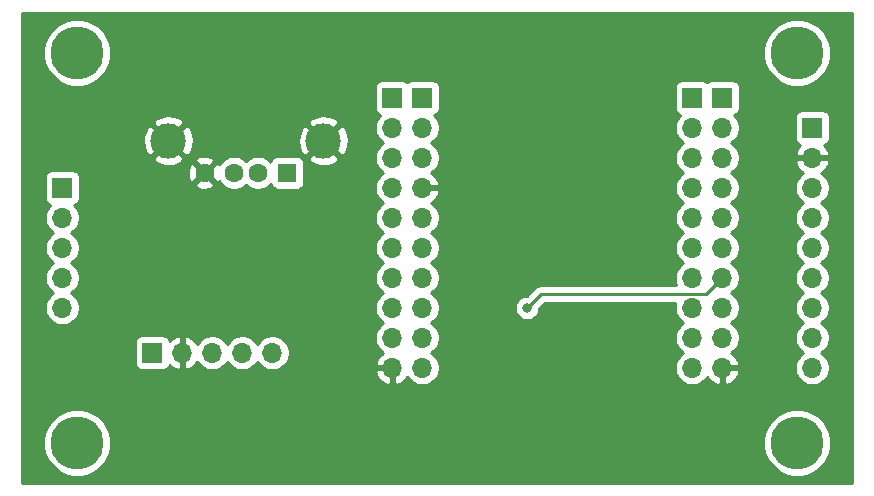
<source format=gbl>
G04 #@! TF.GenerationSoftware,KiCad,Pcbnew,(5.1.5)-3*
G04 #@! TF.CreationDate,2020-05-07T08:06:12+03:00*
G04 #@! TF.ProjectId,PCB1,50434231-2e6b-4696-9361-645f70636258,rev?*
G04 #@! TF.SameCoordinates,Original*
G04 #@! TF.FileFunction,Copper,L2,Bot*
G04 #@! TF.FilePolarity,Positive*
%FSLAX46Y46*%
G04 Gerber Fmt 4.6, Leading zero omitted, Abs format (unit mm)*
G04 Created by KiCad (PCBNEW (5.1.5)-3) date 2020-05-07 08:06:12*
%MOMM*%
%LPD*%
G04 APERTURE LIST*
%ADD10O,1.700000X1.700000*%
%ADD11R,1.700000X1.700000*%
%ADD12C,4.500880*%
%ADD13C,1.600000*%
%ADD14R,1.600000X1.600000*%
%ADD15C,3.000000*%
%ADD16C,0.800000*%
%ADD17C,0.250000*%
%ADD18C,0.254000*%
G04 APERTURE END LIST*
D10*
X35560000Y-58420000D03*
X35560000Y-55880000D03*
X35560000Y-53340000D03*
X35560000Y-50800000D03*
D11*
X35560000Y-48260000D03*
D12*
X36830000Y-69850000D03*
X36830000Y-36830000D03*
X97790000Y-69850000D03*
X97790000Y-36830000D03*
D10*
X88900000Y-63500000D03*
X88900000Y-60960000D03*
X88900000Y-58420000D03*
X88900000Y-55880000D03*
X88900000Y-53340000D03*
X88900000Y-50800000D03*
X88900000Y-48260000D03*
X88900000Y-45720000D03*
X88900000Y-43180000D03*
D11*
X88900000Y-40640000D03*
D10*
X53340000Y-62230000D03*
X50800000Y-62230000D03*
X48260000Y-62230000D03*
X45720000Y-62230000D03*
D11*
X43180000Y-62230000D03*
D13*
X47610000Y-46990000D03*
X50110000Y-46990000D03*
X52110000Y-46990000D03*
D14*
X54610000Y-46990000D03*
D15*
X57680000Y-44280000D03*
X44540000Y-44280000D03*
D10*
X99060000Y-63500000D03*
X99060000Y-60960000D03*
X99060000Y-58420000D03*
X99060000Y-55880000D03*
X99060000Y-53340000D03*
X99060000Y-50800000D03*
X99060000Y-48260000D03*
X99060000Y-45720000D03*
D11*
X99060000Y-43180000D03*
D10*
X91440000Y-63500000D03*
X91440000Y-60960000D03*
X91440000Y-58420000D03*
X91440000Y-55880000D03*
X91440000Y-53340000D03*
X91440000Y-50800000D03*
X91440000Y-48260000D03*
X91440000Y-45720000D03*
X91440000Y-43180000D03*
D11*
X91440000Y-40640000D03*
D10*
X66040000Y-63500000D03*
X66040000Y-60960000D03*
X66040000Y-58420000D03*
X66040000Y-55880000D03*
X66040000Y-53340000D03*
X66040000Y-50800000D03*
X66040000Y-48260000D03*
X66040000Y-45720000D03*
X66040000Y-43180000D03*
D11*
X66040000Y-40640000D03*
D10*
X63500000Y-63500000D03*
X63500000Y-60960000D03*
X63500000Y-58420000D03*
X63500000Y-55880000D03*
X63500000Y-53340000D03*
X63500000Y-50800000D03*
X63500000Y-48260000D03*
X63500000Y-45720000D03*
X63500000Y-43180000D03*
D11*
X63500000Y-40640000D03*
D16*
X74930000Y-58420000D03*
D17*
X76105001Y-57244999D02*
X75329999Y-58020001D01*
X90075001Y-57244999D02*
X76105001Y-57244999D01*
X75329999Y-58020001D02*
X74930000Y-58420000D01*
X91440000Y-55880000D02*
X90075001Y-57244999D01*
D18*
G36*
X102439001Y-73229000D02*
G01*
X32181000Y-73229000D01*
X32181000Y-69565809D01*
X33944560Y-69565809D01*
X33944560Y-70134191D01*
X34055446Y-70691652D01*
X34272957Y-71216768D01*
X34588733Y-71689361D01*
X34990639Y-72091267D01*
X35463232Y-72407043D01*
X35988348Y-72624554D01*
X36545809Y-72735440D01*
X37114191Y-72735440D01*
X37671652Y-72624554D01*
X38196768Y-72407043D01*
X38669361Y-72091267D01*
X39071267Y-71689361D01*
X39387043Y-71216768D01*
X39604554Y-70691652D01*
X39715440Y-70134191D01*
X39715440Y-69565809D01*
X94904560Y-69565809D01*
X94904560Y-70134191D01*
X95015446Y-70691652D01*
X95232957Y-71216768D01*
X95548733Y-71689361D01*
X95950639Y-72091267D01*
X96423232Y-72407043D01*
X96948348Y-72624554D01*
X97505809Y-72735440D01*
X98074191Y-72735440D01*
X98631652Y-72624554D01*
X99156768Y-72407043D01*
X99629361Y-72091267D01*
X100031267Y-71689361D01*
X100347043Y-71216768D01*
X100564554Y-70691652D01*
X100675440Y-70134191D01*
X100675440Y-69565809D01*
X100564554Y-69008348D01*
X100347043Y-68483232D01*
X100031267Y-68010639D01*
X99629361Y-67608733D01*
X99156768Y-67292957D01*
X98631652Y-67075446D01*
X98074191Y-66964560D01*
X97505809Y-66964560D01*
X96948348Y-67075446D01*
X96423232Y-67292957D01*
X95950639Y-67608733D01*
X95548733Y-68010639D01*
X95232957Y-68483232D01*
X95015446Y-69008348D01*
X94904560Y-69565809D01*
X39715440Y-69565809D01*
X39604554Y-69008348D01*
X39387043Y-68483232D01*
X39071267Y-68010639D01*
X38669361Y-67608733D01*
X38196768Y-67292957D01*
X37671652Y-67075446D01*
X37114191Y-66964560D01*
X36545809Y-66964560D01*
X35988348Y-67075446D01*
X35463232Y-67292957D01*
X34990639Y-67608733D01*
X34588733Y-68010639D01*
X34272957Y-68483232D01*
X34055446Y-69008348D01*
X33944560Y-69565809D01*
X32181000Y-69565809D01*
X32181000Y-63856890D01*
X62058524Y-63856890D01*
X62103175Y-64004099D01*
X62228359Y-64266920D01*
X62402412Y-64500269D01*
X62618645Y-64695178D01*
X62868748Y-64844157D01*
X63143109Y-64941481D01*
X63373000Y-64820814D01*
X63373000Y-63627000D01*
X62179845Y-63627000D01*
X62058524Y-63856890D01*
X32181000Y-63856890D01*
X32181000Y-61380000D01*
X41691928Y-61380000D01*
X41691928Y-63080000D01*
X41704188Y-63204482D01*
X41740498Y-63324180D01*
X41799463Y-63434494D01*
X41878815Y-63531185D01*
X41975506Y-63610537D01*
X42085820Y-63669502D01*
X42205518Y-63705812D01*
X42330000Y-63718072D01*
X44030000Y-63718072D01*
X44154482Y-63705812D01*
X44274180Y-63669502D01*
X44384494Y-63610537D01*
X44481185Y-63531185D01*
X44560537Y-63434494D01*
X44619502Y-63324180D01*
X44643966Y-63243534D01*
X44719731Y-63327588D01*
X44953080Y-63501641D01*
X45215901Y-63626825D01*
X45363110Y-63671476D01*
X45593000Y-63550155D01*
X45593000Y-62357000D01*
X45573000Y-62357000D01*
X45573000Y-62103000D01*
X45593000Y-62103000D01*
X45593000Y-60909845D01*
X45847000Y-60909845D01*
X45847000Y-62103000D01*
X45867000Y-62103000D01*
X45867000Y-62357000D01*
X45847000Y-62357000D01*
X45847000Y-63550155D01*
X46076890Y-63671476D01*
X46224099Y-63626825D01*
X46486920Y-63501641D01*
X46720269Y-63327588D01*
X46915178Y-63111355D01*
X46984805Y-62994466D01*
X47106525Y-63176632D01*
X47313368Y-63383475D01*
X47556589Y-63545990D01*
X47826842Y-63657932D01*
X48113740Y-63715000D01*
X48406260Y-63715000D01*
X48693158Y-63657932D01*
X48963411Y-63545990D01*
X49206632Y-63383475D01*
X49413475Y-63176632D01*
X49530000Y-63002240D01*
X49646525Y-63176632D01*
X49853368Y-63383475D01*
X50096589Y-63545990D01*
X50366842Y-63657932D01*
X50653740Y-63715000D01*
X50946260Y-63715000D01*
X51233158Y-63657932D01*
X51503411Y-63545990D01*
X51746632Y-63383475D01*
X51953475Y-63176632D01*
X52070000Y-63002240D01*
X52186525Y-63176632D01*
X52393368Y-63383475D01*
X52636589Y-63545990D01*
X52906842Y-63657932D01*
X53193740Y-63715000D01*
X53486260Y-63715000D01*
X53773158Y-63657932D01*
X54043411Y-63545990D01*
X54286632Y-63383475D01*
X54493475Y-63176632D01*
X54655990Y-62933411D01*
X54767932Y-62663158D01*
X54825000Y-62376260D01*
X54825000Y-62083740D01*
X54767932Y-61796842D01*
X54655990Y-61526589D01*
X54493475Y-61283368D01*
X54286632Y-61076525D01*
X54043411Y-60914010D01*
X53773158Y-60802068D01*
X53486260Y-60745000D01*
X53193740Y-60745000D01*
X52906842Y-60802068D01*
X52636589Y-60914010D01*
X52393368Y-61076525D01*
X52186525Y-61283368D01*
X52070000Y-61457760D01*
X51953475Y-61283368D01*
X51746632Y-61076525D01*
X51503411Y-60914010D01*
X51233158Y-60802068D01*
X50946260Y-60745000D01*
X50653740Y-60745000D01*
X50366842Y-60802068D01*
X50096589Y-60914010D01*
X49853368Y-61076525D01*
X49646525Y-61283368D01*
X49530000Y-61457760D01*
X49413475Y-61283368D01*
X49206632Y-61076525D01*
X48963411Y-60914010D01*
X48693158Y-60802068D01*
X48406260Y-60745000D01*
X48113740Y-60745000D01*
X47826842Y-60802068D01*
X47556589Y-60914010D01*
X47313368Y-61076525D01*
X47106525Y-61283368D01*
X46984805Y-61465534D01*
X46915178Y-61348645D01*
X46720269Y-61132412D01*
X46486920Y-60958359D01*
X46224099Y-60833175D01*
X46076890Y-60788524D01*
X45847000Y-60909845D01*
X45593000Y-60909845D01*
X45363110Y-60788524D01*
X45215901Y-60833175D01*
X44953080Y-60958359D01*
X44719731Y-61132412D01*
X44643966Y-61216466D01*
X44619502Y-61135820D01*
X44560537Y-61025506D01*
X44481185Y-60928815D01*
X44384494Y-60849463D01*
X44274180Y-60790498D01*
X44154482Y-60754188D01*
X44030000Y-60741928D01*
X42330000Y-60741928D01*
X42205518Y-60754188D01*
X42085820Y-60790498D01*
X41975506Y-60849463D01*
X41878815Y-60928815D01*
X41799463Y-61025506D01*
X41740498Y-61135820D01*
X41704188Y-61255518D01*
X41691928Y-61380000D01*
X32181000Y-61380000D01*
X32181000Y-47410000D01*
X34071928Y-47410000D01*
X34071928Y-49110000D01*
X34084188Y-49234482D01*
X34120498Y-49354180D01*
X34179463Y-49464494D01*
X34258815Y-49561185D01*
X34355506Y-49640537D01*
X34465820Y-49699502D01*
X34538380Y-49721513D01*
X34406525Y-49853368D01*
X34244010Y-50096589D01*
X34132068Y-50366842D01*
X34075000Y-50653740D01*
X34075000Y-50946260D01*
X34132068Y-51233158D01*
X34244010Y-51503411D01*
X34406525Y-51746632D01*
X34613368Y-51953475D01*
X34787760Y-52070000D01*
X34613368Y-52186525D01*
X34406525Y-52393368D01*
X34244010Y-52636589D01*
X34132068Y-52906842D01*
X34075000Y-53193740D01*
X34075000Y-53486260D01*
X34132068Y-53773158D01*
X34244010Y-54043411D01*
X34406525Y-54286632D01*
X34613368Y-54493475D01*
X34787760Y-54610000D01*
X34613368Y-54726525D01*
X34406525Y-54933368D01*
X34244010Y-55176589D01*
X34132068Y-55446842D01*
X34075000Y-55733740D01*
X34075000Y-56026260D01*
X34132068Y-56313158D01*
X34244010Y-56583411D01*
X34406525Y-56826632D01*
X34613368Y-57033475D01*
X34787760Y-57150000D01*
X34613368Y-57266525D01*
X34406525Y-57473368D01*
X34244010Y-57716589D01*
X34132068Y-57986842D01*
X34075000Y-58273740D01*
X34075000Y-58566260D01*
X34132068Y-58853158D01*
X34244010Y-59123411D01*
X34406525Y-59366632D01*
X34613368Y-59573475D01*
X34856589Y-59735990D01*
X35126842Y-59847932D01*
X35413740Y-59905000D01*
X35706260Y-59905000D01*
X35993158Y-59847932D01*
X36263411Y-59735990D01*
X36506632Y-59573475D01*
X36713475Y-59366632D01*
X36875990Y-59123411D01*
X36987932Y-58853158D01*
X37045000Y-58566260D01*
X37045000Y-58273740D01*
X36987932Y-57986842D01*
X36875990Y-57716589D01*
X36713475Y-57473368D01*
X36506632Y-57266525D01*
X36332240Y-57150000D01*
X36506632Y-57033475D01*
X36713475Y-56826632D01*
X36875990Y-56583411D01*
X36987932Y-56313158D01*
X37045000Y-56026260D01*
X37045000Y-55733740D01*
X36987932Y-55446842D01*
X36875990Y-55176589D01*
X36713475Y-54933368D01*
X36506632Y-54726525D01*
X36332240Y-54610000D01*
X36506632Y-54493475D01*
X36713475Y-54286632D01*
X36875990Y-54043411D01*
X36987932Y-53773158D01*
X37045000Y-53486260D01*
X37045000Y-53193740D01*
X36987932Y-52906842D01*
X36875990Y-52636589D01*
X36713475Y-52393368D01*
X36506632Y-52186525D01*
X36332240Y-52070000D01*
X36506632Y-51953475D01*
X36713475Y-51746632D01*
X36875990Y-51503411D01*
X36987932Y-51233158D01*
X37045000Y-50946260D01*
X37045000Y-50653740D01*
X36987932Y-50366842D01*
X36875990Y-50096589D01*
X36713475Y-49853368D01*
X36581620Y-49721513D01*
X36654180Y-49699502D01*
X36764494Y-49640537D01*
X36861185Y-49561185D01*
X36940537Y-49464494D01*
X36999502Y-49354180D01*
X37035812Y-49234482D01*
X37048072Y-49110000D01*
X37048072Y-47982702D01*
X46796903Y-47982702D01*
X46868486Y-48226671D01*
X47123996Y-48347571D01*
X47398184Y-48416300D01*
X47680512Y-48430217D01*
X47960130Y-48388787D01*
X48226292Y-48293603D01*
X48351514Y-48226671D01*
X48423097Y-47982702D01*
X47610000Y-47169605D01*
X46796903Y-47982702D01*
X37048072Y-47982702D01*
X37048072Y-47410000D01*
X37035812Y-47285518D01*
X36999502Y-47165820D01*
X36943213Y-47060512D01*
X46169783Y-47060512D01*
X46211213Y-47340130D01*
X46306397Y-47606292D01*
X46373329Y-47731514D01*
X46617298Y-47803097D01*
X47430395Y-46990000D01*
X47789605Y-46990000D01*
X48602702Y-47803097D01*
X48846671Y-47731514D01*
X48860324Y-47702659D01*
X48995363Y-47904759D01*
X49195241Y-48104637D01*
X49430273Y-48261680D01*
X49691426Y-48369853D01*
X49968665Y-48425000D01*
X50251335Y-48425000D01*
X50528574Y-48369853D01*
X50789727Y-48261680D01*
X51024759Y-48104637D01*
X51110000Y-48019396D01*
X51195241Y-48104637D01*
X51430273Y-48261680D01*
X51691426Y-48369853D01*
X51968665Y-48425000D01*
X52251335Y-48425000D01*
X52528574Y-48369853D01*
X52789727Y-48261680D01*
X53024759Y-48104637D01*
X53191339Y-47938057D01*
X53220498Y-48034180D01*
X53279463Y-48144494D01*
X53358815Y-48241185D01*
X53455506Y-48320537D01*
X53565820Y-48379502D01*
X53685518Y-48415812D01*
X53810000Y-48428072D01*
X55410000Y-48428072D01*
X55534482Y-48415812D01*
X55654180Y-48379502D01*
X55764494Y-48320537D01*
X55861185Y-48241185D01*
X55940537Y-48144494D01*
X55999502Y-48034180D01*
X56035812Y-47914482D01*
X56048072Y-47790000D01*
X56048072Y-46190000D01*
X56035812Y-46065518D01*
X55999502Y-45945820D01*
X55940537Y-45835506D01*
X55888135Y-45771653D01*
X56367952Y-45771653D01*
X56523962Y-46087214D01*
X56898745Y-46278020D01*
X57303551Y-46392044D01*
X57722824Y-46424902D01*
X58140451Y-46375334D01*
X58540383Y-46245243D01*
X58836038Y-46087214D01*
X58992048Y-45771653D01*
X57680000Y-44459605D01*
X56367952Y-45771653D01*
X55888135Y-45771653D01*
X55861185Y-45738815D01*
X55764494Y-45659463D01*
X55654180Y-45600498D01*
X55534482Y-45564188D01*
X55410000Y-45551928D01*
X53810000Y-45551928D01*
X53685518Y-45564188D01*
X53565820Y-45600498D01*
X53455506Y-45659463D01*
X53358815Y-45738815D01*
X53279463Y-45835506D01*
X53220498Y-45945820D01*
X53191339Y-46041943D01*
X53024759Y-45875363D01*
X52789727Y-45718320D01*
X52528574Y-45610147D01*
X52251335Y-45555000D01*
X51968665Y-45555000D01*
X51691426Y-45610147D01*
X51430273Y-45718320D01*
X51195241Y-45875363D01*
X51110000Y-45960604D01*
X51024759Y-45875363D01*
X50789727Y-45718320D01*
X50528574Y-45610147D01*
X50251335Y-45555000D01*
X49968665Y-45555000D01*
X49691426Y-45610147D01*
X49430273Y-45718320D01*
X49195241Y-45875363D01*
X48995363Y-46075241D01*
X48861308Y-46275869D01*
X48846671Y-46248486D01*
X48602702Y-46176903D01*
X47789605Y-46990000D01*
X47430395Y-46990000D01*
X46617298Y-46176903D01*
X46373329Y-46248486D01*
X46252429Y-46503996D01*
X46183700Y-46778184D01*
X46169783Y-47060512D01*
X36943213Y-47060512D01*
X36940537Y-47055506D01*
X36861185Y-46958815D01*
X36764494Y-46879463D01*
X36654180Y-46820498D01*
X36534482Y-46784188D01*
X36410000Y-46771928D01*
X34710000Y-46771928D01*
X34585518Y-46784188D01*
X34465820Y-46820498D01*
X34355506Y-46879463D01*
X34258815Y-46958815D01*
X34179463Y-47055506D01*
X34120498Y-47165820D01*
X34084188Y-47285518D01*
X34071928Y-47410000D01*
X32181000Y-47410000D01*
X32181000Y-45771653D01*
X43227952Y-45771653D01*
X43383962Y-46087214D01*
X43758745Y-46278020D01*
X44163551Y-46392044D01*
X44582824Y-46424902D01*
X45000451Y-46375334D01*
X45400383Y-46245243D01*
X45696038Y-46087214D01*
X45740491Y-45997298D01*
X46796903Y-45997298D01*
X47610000Y-46810395D01*
X48423097Y-45997298D01*
X48351514Y-45753329D01*
X48096004Y-45632429D01*
X47821816Y-45563700D01*
X47539488Y-45549783D01*
X47259870Y-45591213D01*
X46993708Y-45686397D01*
X46868486Y-45753329D01*
X46796903Y-45997298D01*
X45740491Y-45997298D01*
X45852048Y-45771653D01*
X44540000Y-44459605D01*
X43227952Y-45771653D01*
X32181000Y-45771653D01*
X32181000Y-44322824D01*
X42395098Y-44322824D01*
X42444666Y-44740451D01*
X42574757Y-45140383D01*
X42732786Y-45436038D01*
X43048347Y-45592048D01*
X44360395Y-44280000D01*
X44719605Y-44280000D01*
X46031653Y-45592048D01*
X46347214Y-45436038D01*
X46538020Y-45061255D01*
X46652044Y-44656449D01*
X46678189Y-44322824D01*
X55535098Y-44322824D01*
X55584666Y-44740451D01*
X55714757Y-45140383D01*
X55872786Y-45436038D01*
X56188347Y-45592048D01*
X57500395Y-44280000D01*
X57859605Y-44280000D01*
X59171653Y-45592048D01*
X59487214Y-45436038D01*
X59678020Y-45061255D01*
X59792044Y-44656449D01*
X59824902Y-44237176D01*
X59775334Y-43819549D01*
X59645243Y-43419617D01*
X59487214Y-43123962D01*
X59171653Y-42967952D01*
X57859605Y-44280000D01*
X57500395Y-44280000D01*
X56188347Y-42967952D01*
X55872786Y-43123962D01*
X55681980Y-43498745D01*
X55567956Y-43903551D01*
X55535098Y-44322824D01*
X46678189Y-44322824D01*
X46684902Y-44237176D01*
X46635334Y-43819549D01*
X46505243Y-43419617D01*
X46347214Y-43123962D01*
X46031653Y-42967952D01*
X44719605Y-44280000D01*
X44360395Y-44280000D01*
X43048347Y-42967952D01*
X42732786Y-43123962D01*
X42541980Y-43498745D01*
X42427956Y-43903551D01*
X42395098Y-44322824D01*
X32181000Y-44322824D01*
X32181000Y-42788347D01*
X43227952Y-42788347D01*
X44540000Y-44100395D01*
X45852048Y-42788347D01*
X56367952Y-42788347D01*
X57680000Y-44100395D01*
X58992048Y-42788347D01*
X58836038Y-42472786D01*
X58461255Y-42281980D01*
X58056449Y-42167956D01*
X57637176Y-42135098D01*
X57219549Y-42184666D01*
X56819617Y-42314757D01*
X56523962Y-42472786D01*
X56367952Y-42788347D01*
X45852048Y-42788347D01*
X45696038Y-42472786D01*
X45321255Y-42281980D01*
X44916449Y-42167956D01*
X44497176Y-42135098D01*
X44079549Y-42184666D01*
X43679617Y-42314757D01*
X43383962Y-42472786D01*
X43227952Y-42788347D01*
X32181000Y-42788347D01*
X32181000Y-39790000D01*
X62011928Y-39790000D01*
X62011928Y-41490000D01*
X62024188Y-41614482D01*
X62060498Y-41734180D01*
X62119463Y-41844494D01*
X62198815Y-41941185D01*
X62295506Y-42020537D01*
X62405820Y-42079502D01*
X62478380Y-42101513D01*
X62346525Y-42233368D01*
X62184010Y-42476589D01*
X62072068Y-42746842D01*
X62015000Y-43033740D01*
X62015000Y-43326260D01*
X62072068Y-43613158D01*
X62184010Y-43883411D01*
X62346525Y-44126632D01*
X62553368Y-44333475D01*
X62727760Y-44450000D01*
X62553368Y-44566525D01*
X62346525Y-44773368D01*
X62184010Y-45016589D01*
X62072068Y-45286842D01*
X62015000Y-45573740D01*
X62015000Y-45866260D01*
X62072068Y-46153158D01*
X62184010Y-46423411D01*
X62346525Y-46666632D01*
X62553368Y-46873475D01*
X62727760Y-46990000D01*
X62553368Y-47106525D01*
X62346525Y-47313368D01*
X62184010Y-47556589D01*
X62072068Y-47826842D01*
X62015000Y-48113740D01*
X62015000Y-48406260D01*
X62072068Y-48693158D01*
X62184010Y-48963411D01*
X62346525Y-49206632D01*
X62553368Y-49413475D01*
X62727760Y-49530000D01*
X62553368Y-49646525D01*
X62346525Y-49853368D01*
X62184010Y-50096589D01*
X62072068Y-50366842D01*
X62015000Y-50653740D01*
X62015000Y-50946260D01*
X62072068Y-51233158D01*
X62184010Y-51503411D01*
X62346525Y-51746632D01*
X62553368Y-51953475D01*
X62727760Y-52070000D01*
X62553368Y-52186525D01*
X62346525Y-52393368D01*
X62184010Y-52636589D01*
X62072068Y-52906842D01*
X62015000Y-53193740D01*
X62015000Y-53486260D01*
X62072068Y-53773158D01*
X62184010Y-54043411D01*
X62346525Y-54286632D01*
X62553368Y-54493475D01*
X62727760Y-54610000D01*
X62553368Y-54726525D01*
X62346525Y-54933368D01*
X62184010Y-55176589D01*
X62072068Y-55446842D01*
X62015000Y-55733740D01*
X62015000Y-56026260D01*
X62072068Y-56313158D01*
X62184010Y-56583411D01*
X62346525Y-56826632D01*
X62553368Y-57033475D01*
X62727760Y-57150000D01*
X62553368Y-57266525D01*
X62346525Y-57473368D01*
X62184010Y-57716589D01*
X62072068Y-57986842D01*
X62015000Y-58273740D01*
X62015000Y-58566260D01*
X62072068Y-58853158D01*
X62184010Y-59123411D01*
X62346525Y-59366632D01*
X62553368Y-59573475D01*
X62727760Y-59690000D01*
X62553368Y-59806525D01*
X62346525Y-60013368D01*
X62184010Y-60256589D01*
X62072068Y-60526842D01*
X62015000Y-60813740D01*
X62015000Y-61106260D01*
X62072068Y-61393158D01*
X62184010Y-61663411D01*
X62346525Y-61906632D01*
X62553368Y-62113475D01*
X62735534Y-62235195D01*
X62618645Y-62304822D01*
X62402412Y-62499731D01*
X62228359Y-62733080D01*
X62103175Y-62995901D01*
X62058524Y-63143110D01*
X62179845Y-63373000D01*
X63373000Y-63373000D01*
X63373000Y-63353000D01*
X63627000Y-63353000D01*
X63627000Y-63373000D01*
X63647000Y-63373000D01*
X63647000Y-63627000D01*
X63627000Y-63627000D01*
X63627000Y-64820814D01*
X63856891Y-64941481D01*
X64131252Y-64844157D01*
X64381355Y-64695178D01*
X64597588Y-64500269D01*
X64768900Y-64270594D01*
X64886525Y-64446632D01*
X65093368Y-64653475D01*
X65336589Y-64815990D01*
X65606842Y-64927932D01*
X65893740Y-64985000D01*
X66186260Y-64985000D01*
X66473158Y-64927932D01*
X66743411Y-64815990D01*
X66986632Y-64653475D01*
X67193475Y-64446632D01*
X67355990Y-64203411D01*
X67467932Y-63933158D01*
X67525000Y-63646260D01*
X67525000Y-63353740D01*
X67467932Y-63066842D01*
X67355990Y-62796589D01*
X67193475Y-62553368D01*
X66986632Y-62346525D01*
X66812240Y-62230000D01*
X66986632Y-62113475D01*
X67193475Y-61906632D01*
X67355990Y-61663411D01*
X67467932Y-61393158D01*
X67525000Y-61106260D01*
X67525000Y-60813740D01*
X67467932Y-60526842D01*
X67355990Y-60256589D01*
X67193475Y-60013368D01*
X66986632Y-59806525D01*
X66812240Y-59690000D01*
X66986632Y-59573475D01*
X67193475Y-59366632D01*
X67355990Y-59123411D01*
X67467932Y-58853158D01*
X67525000Y-58566260D01*
X67525000Y-58318061D01*
X73895000Y-58318061D01*
X73895000Y-58521939D01*
X73934774Y-58721898D01*
X74012795Y-58910256D01*
X74126063Y-59079774D01*
X74270226Y-59223937D01*
X74439744Y-59337205D01*
X74628102Y-59415226D01*
X74828061Y-59455000D01*
X75031939Y-59455000D01*
X75231898Y-59415226D01*
X75420256Y-59337205D01*
X75589774Y-59223937D01*
X75733937Y-59079774D01*
X75847205Y-58910256D01*
X75925226Y-58721898D01*
X75965000Y-58521939D01*
X75965000Y-58459801D01*
X76419803Y-58004999D01*
X87468456Y-58004999D01*
X87415000Y-58273740D01*
X87415000Y-58566260D01*
X87472068Y-58853158D01*
X87584010Y-59123411D01*
X87746525Y-59366632D01*
X87953368Y-59573475D01*
X88127760Y-59690000D01*
X87953368Y-59806525D01*
X87746525Y-60013368D01*
X87584010Y-60256589D01*
X87472068Y-60526842D01*
X87415000Y-60813740D01*
X87415000Y-61106260D01*
X87472068Y-61393158D01*
X87584010Y-61663411D01*
X87746525Y-61906632D01*
X87953368Y-62113475D01*
X88127760Y-62230000D01*
X87953368Y-62346525D01*
X87746525Y-62553368D01*
X87584010Y-62796589D01*
X87472068Y-63066842D01*
X87415000Y-63353740D01*
X87415000Y-63646260D01*
X87472068Y-63933158D01*
X87584010Y-64203411D01*
X87746525Y-64446632D01*
X87953368Y-64653475D01*
X88196589Y-64815990D01*
X88466842Y-64927932D01*
X88753740Y-64985000D01*
X89046260Y-64985000D01*
X89333158Y-64927932D01*
X89603411Y-64815990D01*
X89846632Y-64653475D01*
X90053475Y-64446632D01*
X90171100Y-64270594D01*
X90342412Y-64500269D01*
X90558645Y-64695178D01*
X90808748Y-64844157D01*
X91083109Y-64941481D01*
X91313000Y-64820814D01*
X91313000Y-63627000D01*
X91567000Y-63627000D01*
X91567000Y-64820814D01*
X91796891Y-64941481D01*
X92071252Y-64844157D01*
X92321355Y-64695178D01*
X92537588Y-64500269D01*
X92711641Y-64266920D01*
X92836825Y-64004099D01*
X92881476Y-63856890D01*
X92760155Y-63627000D01*
X91567000Y-63627000D01*
X91313000Y-63627000D01*
X91293000Y-63627000D01*
X91293000Y-63373000D01*
X91313000Y-63373000D01*
X91313000Y-63353000D01*
X91567000Y-63353000D01*
X91567000Y-63373000D01*
X92760155Y-63373000D01*
X92881476Y-63143110D01*
X92836825Y-62995901D01*
X92711641Y-62733080D01*
X92537588Y-62499731D01*
X92321355Y-62304822D01*
X92204466Y-62235195D01*
X92386632Y-62113475D01*
X92593475Y-61906632D01*
X92755990Y-61663411D01*
X92867932Y-61393158D01*
X92925000Y-61106260D01*
X92925000Y-60813740D01*
X92867932Y-60526842D01*
X92755990Y-60256589D01*
X92593475Y-60013368D01*
X92386632Y-59806525D01*
X92212240Y-59690000D01*
X92386632Y-59573475D01*
X92593475Y-59366632D01*
X92755990Y-59123411D01*
X92867932Y-58853158D01*
X92925000Y-58566260D01*
X92925000Y-58273740D01*
X92867932Y-57986842D01*
X92755990Y-57716589D01*
X92593475Y-57473368D01*
X92386632Y-57266525D01*
X92212240Y-57150000D01*
X92386632Y-57033475D01*
X92593475Y-56826632D01*
X92755990Y-56583411D01*
X92867932Y-56313158D01*
X92925000Y-56026260D01*
X92925000Y-55733740D01*
X92867932Y-55446842D01*
X92755990Y-55176589D01*
X92593475Y-54933368D01*
X92386632Y-54726525D01*
X92212240Y-54610000D01*
X92386632Y-54493475D01*
X92593475Y-54286632D01*
X92755990Y-54043411D01*
X92867932Y-53773158D01*
X92925000Y-53486260D01*
X92925000Y-53193740D01*
X92867932Y-52906842D01*
X92755990Y-52636589D01*
X92593475Y-52393368D01*
X92386632Y-52186525D01*
X92212240Y-52070000D01*
X92386632Y-51953475D01*
X92593475Y-51746632D01*
X92755990Y-51503411D01*
X92867932Y-51233158D01*
X92925000Y-50946260D01*
X92925000Y-50653740D01*
X92867932Y-50366842D01*
X92755990Y-50096589D01*
X92593475Y-49853368D01*
X92386632Y-49646525D01*
X92212240Y-49530000D01*
X92386632Y-49413475D01*
X92593475Y-49206632D01*
X92755990Y-48963411D01*
X92867932Y-48693158D01*
X92925000Y-48406260D01*
X92925000Y-48113740D01*
X97575000Y-48113740D01*
X97575000Y-48406260D01*
X97632068Y-48693158D01*
X97744010Y-48963411D01*
X97906525Y-49206632D01*
X98113368Y-49413475D01*
X98287760Y-49530000D01*
X98113368Y-49646525D01*
X97906525Y-49853368D01*
X97744010Y-50096589D01*
X97632068Y-50366842D01*
X97575000Y-50653740D01*
X97575000Y-50946260D01*
X97632068Y-51233158D01*
X97744010Y-51503411D01*
X97906525Y-51746632D01*
X98113368Y-51953475D01*
X98287760Y-52070000D01*
X98113368Y-52186525D01*
X97906525Y-52393368D01*
X97744010Y-52636589D01*
X97632068Y-52906842D01*
X97575000Y-53193740D01*
X97575000Y-53486260D01*
X97632068Y-53773158D01*
X97744010Y-54043411D01*
X97906525Y-54286632D01*
X98113368Y-54493475D01*
X98287760Y-54610000D01*
X98113368Y-54726525D01*
X97906525Y-54933368D01*
X97744010Y-55176589D01*
X97632068Y-55446842D01*
X97575000Y-55733740D01*
X97575000Y-56026260D01*
X97632068Y-56313158D01*
X97744010Y-56583411D01*
X97906525Y-56826632D01*
X98113368Y-57033475D01*
X98287760Y-57150000D01*
X98113368Y-57266525D01*
X97906525Y-57473368D01*
X97744010Y-57716589D01*
X97632068Y-57986842D01*
X97575000Y-58273740D01*
X97575000Y-58566260D01*
X97632068Y-58853158D01*
X97744010Y-59123411D01*
X97906525Y-59366632D01*
X98113368Y-59573475D01*
X98287760Y-59690000D01*
X98113368Y-59806525D01*
X97906525Y-60013368D01*
X97744010Y-60256589D01*
X97632068Y-60526842D01*
X97575000Y-60813740D01*
X97575000Y-61106260D01*
X97632068Y-61393158D01*
X97744010Y-61663411D01*
X97906525Y-61906632D01*
X98113368Y-62113475D01*
X98287760Y-62230000D01*
X98113368Y-62346525D01*
X97906525Y-62553368D01*
X97744010Y-62796589D01*
X97632068Y-63066842D01*
X97575000Y-63353740D01*
X97575000Y-63646260D01*
X97632068Y-63933158D01*
X97744010Y-64203411D01*
X97906525Y-64446632D01*
X98113368Y-64653475D01*
X98356589Y-64815990D01*
X98626842Y-64927932D01*
X98913740Y-64985000D01*
X99206260Y-64985000D01*
X99493158Y-64927932D01*
X99763411Y-64815990D01*
X100006632Y-64653475D01*
X100213475Y-64446632D01*
X100375990Y-64203411D01*
X100487932Y-63933158D01*
X100545000Y-63646260D01*
X100545000Y-63353740D01*
X100487932Y-63066842D01*
X100375990Y-62796589D01*
X100213475Y-62553368D01*
X100006632Y-62346525D01*
X99832240Y-62230000D01*
X100006632Y-62113475D01*
X100213475Y-61906632D01*
X100375990Y-61663411D01*
X100487932Y-61393158D01*
X100545000Y-61106260D01*
X100545000Y-60813740D01*
X100487932Y-60526842D01*
X100375990Y-60256589D01*
X100213475Y-60013368D01*
X100006632Y-59806525D01*
X99832240Y-59690000D01*
X100006632Y-59573475D01*
X100213475Y-59366632D01*
X100375990Y-59123411D01*
X100487932Y-58853158D01*
X100545000Y-58566260D01*
X100545000Y-58273740D01*
X100487932Y-57986842D01*
X100375990Y-57716589D01*
X100213475Y-57473368D01*
X100006632Y-57266525D01*
X99832240Y-57150000D01*
X100006632Y-57033475D01*
X100213475Y-56826632D01*
X100375990Y-56583411D01*
X100487932Y-56313158D01*
X100545000Y-56026260D01*
X100545000Y-55733740D01*
X100487932Y-55446842D01*
X100375990Y-55176589D01*
X100213475Y-54933368D01*
X100006632Y-54726525D01*
X99832240Y-54610000D01*
X100006632Y-54493475D01*
X100213475Y-54286632D01*
X100375990Y-54043411D01*
X100487932Y-53773158D01*
X100545000Y-53486260D01*
X100545000Y-53193740D01*
X100487932Y-52906842D01*
X100375990Y-52636589D01*
X100213475Y-52393368D01*
X100006632Y-52186525D01*
X99832240Y-52070000D01*
X100006632Y-51953475D01*
X100213475Y-51746632D01*
X100375990Y-51503411D01*
X100487932Y-51233158D01*
X100545000Y-50946260D01*
X100545000Y-50653740D01*
X100487932Y-50366842D01*
X100375990Y-50096589D01*
X100213475Y-49853368D01*
X100006632Y-49646525D01*
X99832240Y-49530000D01*
X100006632Y-49413475D01*
X100213475Y-49206632D01*
X100375990Y-48963411D01*
X100487932Y-48693158D01*
X100545000Y-48406260D01*
X100545000Y-48113740D01*
X100487932Y-47826842D01*
X100375990Y-47556589D01*
X100213475Y-47313368D01*
X100006632Y-47106525D01*
X99824466Y-46984805D01*
X99941355Y-46915178D01*
X100157588Y-46720269D01*
X100331641Y-46486920D01*
X100456825Y-46224099D01*
X100501476Y-46076890D01*
X100380155Y-45847000D01*
X99187000Y-45847000D01*
X99187000Y-45867000D01*
X98933000Y-45867000D01*
X98933000Y-45847000D01*
X97739845Y-45847000D01*
X97618524Y-46076890D01*
X97663175Y-46224099D01*
X97788359Y-46486920D01*
X97962412Y-46720269D01*
X98178645Y-46915178D01*
X98295534Y-46984805D01*
X98113368Y-47106525D01*
X97906525Y-47313368D01*
X97744010Y-47556589D01*
X97632068Y-47826842D01*
X97575000Y-48113740D01*
X92925000Y-48113740D01*
X92867932Y-47826842D01*
X92755990Y-47556589D01*
X92593475Y-47313368D01*
X92386632Y-47106525D01*
X92212240Y-46990000D01*
X92386632Y-46873475D01*
X92593475Y-46666632D01*
X92755990Y-46423411D01*
X92867932Y-46153158D01*
X92925000Y-45866260D01*
X92925000Y-45573740D01*
X92867932Y-45286842D01*
X92755990Y-45016589D01*
X92593475Y-44773368D01*
X92386632Y-44566525D01*
X92212240Y-44450000D01*
X92386632Y-44333475D01*
X92593475Y-44126632D01*
X92755990Y-43883411D01*
X92867932Y-43613158D01*
X92925000Y-43326260D01*
X92925000Y-43033740D01*
X92867932Y-42746842D01*
X92755990Y-42476589D01*
X92658043Y-42330000D01*
X97571928Y-42330000D01*
X97571928Y-44030000D01*
X97584188Y-44154482D01*
X97620498Y-44274180D01*
X97679463Y-44384494D01*
X97758815Y-44481185D01*
X97855506Y-44560537D01*
X97965820Y-44619502D01*
X98046466Y-44643966D01*
X97962412Y-44719731D01*
X97788359Y-44953080D01*
X97663175Y-45215901D01*
X97618524Y-45363110D01*
X97739845Y-45593000D01*
X98933000Y-45593000D01*
X98933000Y-45573000D01*
X99187000Y-45573000D01*
X99187000Y-45593000D01*
X100380155Y-45593000D01*
X100501476Y-45363110D01*
X100456825Y-45215901D01*
X100331641Y-44953080D01*
X100157588Y-44719731D01*
X100073534Y-44643966D01*
X100154180Y-44619502D01*
X100264494Y-44560537D01*
X100361185Y-44481185D01*
X100440537Y-44384494D01*
X100499502Y-44274180D01*
X100535812Y-44154482D01*
X100548072Y-44030000D01*
X100548072Y-42330000D01*
X100535812Y-42205518D01*
X100499502Y-42085820D01*
X100440537Y-41975506D01*
X100361185Y-41878815D01*
X100264494Y-41799463D01*
X100154180Y-41740498D01*
X100034482Y-41704188D01*
X99910000Y-41691928D01*
X98210000Y-41691928D01*
X98085518Y-41704188D01*
X97965820Y-41740498D01*
X97855506Y-41799463D01*
X97758815Y-41878815D01*
X97679463Y-41975506D01*
X97620498Y-42085820D01*
X97584188Y-42205518D01*
X97571928Y-42330000D01*
X92658043Y-42330000D01*
X92593475Y-42233368D01*
X92461620Y-42101513D01*
X92534180Y-42079502D01*
X92644494Y-42020537D01*
X92741185Y-41941185D01*
X92820537Y-41844494D01*
X92879502Y-41734180D01*
X92915812Y-41614482D01*
X92928072Y-41490000D01*
X92928072Y-39790000D01*
X92915812Y-39665518D01*
X92879502Y-39545820D01*
X92820537Y-39435506D01*
X92741185Y-39338815D01*
X92644494Y-39259463D01*
X92534180Y-39200498D01*
X92414482Y-39164188D01*
X92290000Y-39151928D01*
X90590000Y-39151928D01*
X90465518Y-39164188D01*
X90345820Y-39200498D01*
X90235506Y-39259463D01*
X90170000Y-39313222D01*
X90104494Y-39259463D01*
X89994180Y-39200498D01*
X89874482Y-39164188D01*
X89750000Y-39151928D01*
X88050000Y-39151928D01*
X87925518Y-39164188D01*
X87805820Y-39200498D01*
X87695506Y-39259463D01*
X87598815Y-39338815D01*
X87519463Y-39435506D01*
X87460498Y-39545820D01*
X87424188Y-39665518D01*
X87411928Y-39790000D01*
X87411928Y-41490000D01*
X87424188Y-41614482D01*
X87460498Y-41734180D01*
X87519463Y-41844494D01*
X87598815Y-41941185D01*
X87695506Y-42020537D01*
X87805820Y-42079502D01*
X87878380Y-42101513D01*
X87746525Y-42233368D01*
X87584010Y-42476589D01*
X87472068Y-42746842D01*
X87415000Y-43033740D01*
X87415000Y-43326260D01*
X87472068Y-43613158D01*
X87584010Y-43883411D01*
X87746525Y-44126632D01*
X87953368Y-44333475D01*
X88127760Y-44450000D01*
X87953368Y-44566525D01*
X87746525Y-44773368D01*
X87584010Y-45016589D01*
X87472068Y-45286842D01*
X87415000Y-45573740D01*
X87415000Y-45866260D01*
X87472068Y-46153158D01*
X87584010Y-46423411D01*
X87746525Y-46666632D01*
X87953368Y-46873475D01*
X88127760Y-46990000D01*
X87953368Y-47106525D01*
X87746525Y-47313368D01*
X87584010Y-47556589D01*
X87472068Y-47826842D01*
X87415000Y-48113740D01*
X87415000Y-48406260D01*
X87472068Y-48693158D01*
X87584010Y-48963411D01*
X87746525Y-49206632D01*
X87953368Y-49413475D01*
X88127760Y-49530000D01*
X87953368Y-49646525D01*
X87746525Y-49853368D01*
X87584010Y-50096589D01*
X87472068Y-50366842D01*
X87415000Y-50653740D01*
X87415000Y-50946260D01*
X87472068Y-51233158D01*
X87584010Y-51503411D01*
X87746525Y-51746632D01*
X87953368Y-51953475D01*
X88127760Y-52070000D01*
X87953368Y-52186525D01*
X87746525Y-52393368D01*
X87584010Y-52636589D01*
X87472068Y-52906842D01*
X87415000Y-53193740D01*
X87415000Y-53486260D01*
X87472068Y-53773158D01*
X87584010Y-54043411D01*
X87746525Y-54286632D01*
X87953368Y-54493475D01*
X88127760Y-54610000D01*
X87953368Y-54726525D01*
X87746525Y-54933368D01*
X87584010Y-55176589D01*
X87472068Y-55446842D01*
X87415000Y-55733740D01*
X87415000Y-56026260D01*
X87472068Y-56313158D01*
X87543247Y-56484999D01*
X76142323Y-56484999D01*
X76105000Y-56481323D01*
X76067677Y-56484999D01*
X76067668Y-56484999D01*
X75956015Y-56495996D01*
X75812754Y-56539453D01*
X75680725Y-56610025D01*
X75565000Y-56704998D01*
X75541202Y-56733997D01*
X74890199Y-57385000D01*
X74828061Y-57385000D01*
X74628102Y-57424774D01*
X74439744Y-57502795D01*
X74270226Y-57616063D01*
X74126063Y-57760226D01*
X74012795Y-57929744D01*
X73934774Y-58118102D01*
X73895000Y-58318061D01*
X67525000Y-58318061D01*
X67525000Y-58273740D01*
X67467932Y-57986842D01*
X67355990Y-57716589D01*
X67193475Y-57473368D01*
X66986632Y-57266525D01*
X66812240Y-57150000D01*
X66986632Y-57033475D01*
X67193475Y-56826632D01*
X67355990Y-56583411D01*
X67467932Y-56313158D01*
X67525000Y-56026260D01*
X67525000Y-55733740D01*
X67467932Y-55446842D01*
X67355990Y-55176589D01*
X67193475Y-54933368D01*
X66986632Y-54726525D01*
X66812240Y-54610000D01*
X66986632Y-54493475D01*
X67193475Y-54286632D01*
X67355990Y-54043411D01*
X67467932Y-53773158D01*
X67525000Y-53486260D01*
X67525000Y-53193740D01*
X67467932Y-52906842D01*
X67355990Y-52636589D01*
X67193475Y-52393368D01*
X66986632Y-52186525D01*
X66812240Y-52070000D01*
X66986632Y-51953475D01*
X67193475Y-51746632D01*
X67355990Y-51503411D01*
X67467932Y-51233158D01*
X67525000Y-50946260D01*
X67525000Y-50653740D01*
X67467932Y-50366842D01*
X67355990Y-50096589D01*
X67193475Y-49853368D01*
X66986632Y-49646525D01*
X66804466Y-49524805D01*
X66921355Y-49455178D01*
X67137588Y-49260269D01*
X67311641Y-49026920D01*
X67436825Y-48764099D01*
X67481476Y-48616890D01*
X67360155Y-48387000D01*
X66167000Y-48387000D01*
X66167000Y-48407000D01*
X65913000Y-48407000D01*
X65913000Y-48387000D01*
X65893000Y-48387000D01*
X65893000Y-48133000D01*
X65913000Y-48133000D01*
X65913000Y-48113000D01*
X66167000Y-48113000D01*
X66167000Y-48133000D01*
X67360155Y-48133000D01*
X67481476Y-47903110D01*
X67436825Y-47755901D01*
X67311641Y-47493080D01*
X67137588Y-47259731D01*
X66921355Y-47064822D01*
X66804466Y-46995195D01*
X66986632Y-46873475D01*
X67193475Y-46666632D01*
X67355990Y-46423411D01*
X67467932Y-46153158D01*
X67525000Y-45866260D01*
X67525000Y-45573740D01*
X67467932Y-45286842D01*
X67355990Y-45016589D01*
X67193475Y-44773368D01*
X66986632Y-44566525D01*
X66812240Y-44450000D01*
X66986632Y-44333475D01*
X67193475Y-44126632D01*
X67355990Y-43883411D01*
X67467932Y-43613158D01*
X67525000Y-43326260D01*
X67525000Y-43033740D01*
X67467932Y-42746842D01*
X67355990Y-42476589D01*
X67193475Y-42233368D01*
X67061620Y-42101513D01*
X67134180Y-42079502D01*
X67244494Y-42020537D01*
X67341185Y-41941185D01*
X67420537Y-41844494D01*
X67479502Y-41734180D01*
X67515812Y-41614482D01*
X67528072Y-41490000D01*
X67528072Y-39790000D01*
X67515812Y-39665518D01*
X67479502Y-39545820D01*
X67420537Y-39435506D01*
X67341185Y-39338815D01*
X67244494Y-39259463D01*
X67134180Y-39200498D01*
X67014482Y-39164188D01*
X66890000Y-39151928D01*
X65190000Y-39151928D01*
X65065518Y-39164188D01*
X64945820Y-39200498D01*
X64835506Y-39259463D01*
X64770000Y-39313222D01*
X64704494Y-39259463D01*
X64594180Y-39200498D01*
X64474482Y-39164188D01*
X64350000Y-39151928D01*
X62650000Y-39151928D01*
X62525518Y-39164188D01*
X62405820Y-39200498D01*
X62295506Y-39259463D01*
X62198815Y-39338815D01*
X62119463Y-39435506D01*
X62060498Y-39545820D01*
X62024188Y-39665518D01*
X62011928Y-39790000D01*
X32181000Y-39790000D01*
X32181000Y-36545809D01*
X33944560Y-36545809D01*
X33944560Y-37114191D01*
X34055446Y-37671652D01*
X34272957Y-38196768D01*
X34588733Y-38669361D01*
X34990639Y-39071267D01*
X35463232Y-39387043D01*
X35988348Y-39604554D01*
X36545809Y-39715440D01*
X37114191Y-39715440D01*
X37671652Y-39604554D01*
X38196768Y-39387043D01*
X38669361Y-39071267D01*
X39071267Y-38669361D01*
X39387043Y-38196768D01*
X39604554Y-37671652D01*
X39715440Y-37114191D01*
X39715440Y-36545809D01*
X94904560Y-36545809D01*
X94904560Y-37114191D01*
X95015446Y-37671652D01*
X95232957Y-38196768D01*
X95548733Y-38669361D01*
X95950639Y-39071267D01*
X96423232Y-39387043D01*
X96948348Y-39604554D01*
X97505809Y-39715440D01*
X98074191Y-39715440D01*
X98631652Y-39604554D01*
X99156768Y-39387043D01*
X99629361Y-39071267D01*
X100031267Y-38669361D01*
X100347043Y-38196768D01*
X100564554Y-37671652D01*
X100675440Y-37114191D01*
X100675440Y-36545809D01*
X100564554Y-35988348D01*
X100347043Y-35463232D01*
X100031267Y-34990639D01*
X99629361Y-34588733D01*
X99156768Y-34272957D01*
X98631652Y-34055446D01*
X98074191Y-33944560D01*
X97505809Y-33944560D01*
X96948348Y-34055446D01*
X96423232Y-34272957D01*
X95950639Y-34588733D01*
X95548733Y-34990639D01*
X95232957Y-35463232D01*
X95015446Y-35988348D01*
X94904560Y-36545809D01*
X39715440Y-36545809D01*
X39604554Y-35988348D01*
X39387043Y-35463232D01*
X39071267Y-34990639D01*
X38669361Y-34588733D01*
X38196768Y-34272957D01*
X37671652Y-34055446D01*
X37114191Y-33944560D01*
X36545809Y-33944560D01*
X35988348Y-34055446D01*
X35463232Y-34272957D01*
X34990639Y-34588733D01*
X34588733Y-34990639D01*
X34272957Y-35463232D01*
X34055446Y-35988348D01*
X33944560Y-36545809D01*
X32181000Y-36545809D01*
X32181000Y-33451000D01*
X102439000Y-33451000D01*
X102439001Y-73229000D01*
G37*
X102439001Y-73229000D02*
X32181000Y-73229000D01*
X32181000Y-69565809D01*
X33944560Y-69565809D01*
X33944560Y-70134191D01*
X34055446Y-70691652D01*
X34272957Y-71216768D01*
X34588733Y-71689361D01*
X34990639Y-72091267D01*
X35463232Y-72407043D01*
X35988348Y-72624554D01*
X36545809Y-72735440D01*
X37114191Y-72735440D01*
X37671652Y-72624554D01*
X38196768Y-72407043D01*
X38669361Y-72091267D01*
X39071267Y-71689361D01*
X39387043Y-71216768D01*
X39604554Y-70691652D01*
X39715440Y-70134191D01*
X39715440Y-69565809D01*
X94904560Y-69565809D01*
X94904560Y-70134191D01*
X95015446Y-70691652D01*
X95232957Y-71216768D01*
X95548733Y-71689361D01*
X95950639Y-72091267D01*
X96423232Y-72407043D01*
X96948348Y-72624554D01*
X97505809Y-72735440D01*
X98074191Y-72735440D01*
X98631652Y-72624554D01*
X99156768Y-72407043D01*
X99629361Y-72091267D01*
X100031267Y-71689361D01*
X100347043Y-71216768D01*
X100564554Y-70691652D01*
X100675440Y-70134191D01*
X100675440Y-69565809D01*
X100564554Y-69008348D01*
X100347043Y-68483232D01*
X100031267Y-68010639D01*
X99629361Y-67608733D01*
X99156768Y-67292957D01*
X98631652Y-67075446D01*
X98074191Y-66964560D01*
X97505809Y-66964560D01*
X96948348Y-67075446D01*
X96423232Y-67292957D01*
X95950639Y-67608733D01*
X95548733Y-68010639D01*
X95232957Y-68483232D01*
X95015446Y-69008348D01*
X94904560Y-69565809D01*
X39715440Y-69565809D01*
X39604554Y-69008348D01*
X39387043Y-68483232D01*
X39071267Y-68010639D01*
X38669361Y-67608733D01*
X38196768Y-67292957D01*
X37671652Y-67075446D01*
X37114191Y-66964560D01*
X36545809Y-66964560D01*
X35988348Y-67075446D01*
X35463232Y-67292957D01*
X34990639Y-67608733D01*
X34588733Y-68010639D01*
X34272957Y-68483232D01*
X34055446Y-69008348D01*
X33944560Y-69565809D01*
X32181000Y-69565809D01*
X32181000Y-63856890D01*
X62058524Y-63856890D01*
X62103175Y-64004099D01*
X62228359Y-64266920D01*
X62402412Y-64500269D01*
X62618645Y-64695178D01*
X62868748Y-64844157D01*
X63143109Y-64941481D01*
X63373000Y-64820814D01*
X63373000Y-63627000D01*
X62179845Y-63627000D01*
X62058524Y-63856890D01*
X32181000Y-63856890D01*
X32181000Y-61380000D01*
X41691928Y-61380000D01*
X41691928Y-63080000D01*
X41704188Y-63204482D01*
X41740498Y-63324180D01*
X41799463Y-63434494D01*
X41878815Y-63531185D01*
X41975506Y-63610537D01*
X42085820Y-63669502D01*
X42205518Y-63705812D01*
X42330000Y-63718072D01*
X44030000Y-63718072D01*
X44154482Y-63705812D01*
X44274180Y-63669502D01*
X44384494Y-63610537D01*
X44481185Y-63531185D01*
X44560537Y-63434494D01*
X44619502Y-63324180D01*
X44643966Y-63243534D01*
X44719731Y-63327588D01*
X44953080Y-63501641D01*
X45215901Y-63626825D01*
X45363110Y-63671476D01*
X45593000Y-63550155D01*
X45593000Y-62357000D01*
X45573000Y-62357000D01*
X45573000Y-62103000D01*
X45593000Y-62103000D01*
X45593000Y-60909845D01*
X45847000Y-60909845D01*
X45847000Y-62103000D01*
X45867000Y-62103000D01*
X45867000Y-62357000D01*
X45847000Y-62357000D01*
X45847000Y-63550155D01*
X46076890Y-63671476D01*
X46224099Y-63626825D01*
X46486920Y-63501641D01*
X46720269Y-63327588D01*
X46915178Y-63111355D01*
X46984805Y-62994466D01*
X47106525Y-63176632D01*
X47313368Y-63383475D01*
X47556589Y-63545990D01*
X47826842Y-63657932D01*
X48113740Y-63715000D01*
X48406260Y-63715000D01*
X48693158Y-63657932D01*
X48963411Y-63545990D01*
X49206632Y-63383475D01*
X49413475Y-63176632D01*
X49530000Y-63002240D01*
X49646525Y-63176632D01*
X49853368Y-63383475D01*
X50096589Y-63545990D01*
X50366842Y-63657932D01*
X50653740Y-63715000D01*
X50946260Y-63715000D01*
X51233158Y-63657932D01*
X51503411Y-63545990D01*
X51746632Y-63383475D01*
X51953475Y-63176632D01*
X52070000Y-63002240D01*
X52186525Y-63176632D01*
X52393368Y-63383475D01*
X52636589Y-63545990D01*
X52906842Y-63657932D01*
X53193740Y-63715000D01*
X53486260Y-63715000D01*
X53773158Y-63657932D01*
X54043411Y-63545990D01*
X54286632Y-63383475D01*
X54493475Y-63176632D01*
X54655990Y-62933411D01*
X54767932Y-62663158D01*
X54825000Y-62376260D01*
X54825000Y-62083740D01*
X54767932Y-61796842D01*
X54655990Y-61526589D01*
X54493475Y-61283368D01*
X54286632Y-61076525D01*
X54043411Y-60914010D01*
X53773158Y-60802068D01*
X53486260Y-60745000D01*
X53193740Y-60745000D01*
X52906842Y-60802068D01*
X52636589Y-60914010D01*
X52393368Y-61076525D01*
X52186525Y-61283368D01*
X52070000Y-61457760D01*
X51953475Y-61283368D01*
X51746632Y-61076525D01*
X51503411Y-60914010D01*
X51233158Y-60802068D01*
X50946260Y-60745000D01*
X50653740Y-60745000D01*
X50366842Y-60802068D01*
X50096589Y-60914010D01*
X49853368Y-61076525D01*
X49646525Y-61283368D01*
X49530000Y-61457760D01*
X49413475Y-61283368D01*
X49206632Y-61076525D01*
X48963411Y-60914010D01*
X48693158Y-60802068D01*
X48406260Y-60745000D01*
X48113740Y-60745000D01*
X47826842Y-60802068D01*
X47556589Y-60914010D01*
X47313368Y-61076525D01*
X47106525Y-61283368D01*
X46984805Y-61465534D01*
X46915178Y-61348645D01*
X46720269Y-61132412D01*
X46486920Y-60958359D01*
X46224099Y-60833175D01*
X46076890Y-60788524D01*
X45847000Y-60909845D01*
X45593000Y-60909845D01*
X45363110Y-60788524D01*
X45215901Y-60833175D01*
X44953080Y-60958359D01*
X44719731Y-61132412D01*
X44643966Y-61216466D01*
X44619502Y-61135820D01*
X44560537Y-61025506D01*
X44481185Y-60928815D01*
X44384494Y-60849463D01*
X44274180Y-60790498D01*
X44154482Y-60754188D01*
X44030000Y-60741928D01*
X42330000Y-60741928D01*
X42205518Y-60754188D01*
X42085820Y-60790498D01*
X41975506Y-60849463D01*
X41878815Y-60928815D01*
X41799463Y-61025506D01*
X41740498Y-61135820D01*
X41704188Y-61255518D01*
X41691928Y-61380000D01*
X32181000Y-61380000D01*
X32181000Y-47410000D01*
X34071928Y-47410000D01*
X34071928Y-49110000D01*
X34084188Y-49234482D01*
X34120498Y-49354180D01*
X34179463Y-49464494D01*
X34258815Y-49561185D01*
X34355506Y-49640537D01*
X34465820Y-49699502D01*
X34538380Y-49721513D01*
X34406525Y-49853368D01*
X34244010Y-50096589D01*
X34132068Y-50366842D01*
X34075000Y-50653740D01*
X34075000Y-50946260D01*
X34132068Y-51233158D01*
X34244010Y-51503411D01*
X34406525Y-51746632D01*
X34613368Y-51953475D01*
X34787760Y-52070000D01*
X34613368Y-52186525D01*
X34406525Y-52393368D01*
X34244010Y-52636589D01*
X34132068Y-52906842D01*
X34075000Y-53193740D01*
X34075000Y-53486260D01*
X34132068Y-53773158D01*
X34244010Y-54043411D01*
X34406525Y-54286632D01*
X34613368Y-54493475D01*
X34787760Y-54610000D01*
X34613368Y-54726525D01*
X34406525Y-54933368D01*
X34244010Y-55176589D01*
X34132068Y-55446842D01*
X34075000Y-55733740D01*
X34075000Y-56026260D01*
X34132068Y-56313158D01*
X34244010Y-56583411D01*
X34406525Y-56826632D01*
X34613368Y-57033475D01*
X34787760Y-57150000D01*
X34613368Y-57266525D01*
X34406525Y-57473368D01*
X34244010Y-57716589D01*
X34132068Y-57986842D01*
X34075000Y-58273740D01*
X34075000Y-58566260D01*
X34132068Y-58853158D01*
X34244010Y-59123411D01*
X34406525Y-59366632D01*
X34613368Y-59573475D01*
X34856589Y-59735990D01*
X35126842Y-59847932D01*
X35413740Y-59905000D01*
X35706260Y-59905000D01*
X35993158Y-59847932D01*
X36263411Y-59735990D01*
X36506632Y-59573475D01*
X36713475Y-59366632D01*
X36875990Y-59123411D01*
X36987932Y-58853158D01*
X37045000Y-58566260D01*
X37045000Y-58273740D01*
X36987932Y-57986842D01*
X36875990Y-57716589D01*
X36713475Y-57473368D01*
X36506632Y-57266525D01*
X36332240Y-57150000D01*
X36506632Y-57033475D01*
X36713475Y-56826632D01*
X36875990Y-56583411D01*
X36987932Y-56313158D01*
X37045000Y-56026260D01*
X37045000Y-55733740D01*
X36987932Y-55446842D01*
X36875990Y-55176589D01*
X36713475Y-54933368D01*
X36506632Y-54726525D01*
X36332240Y-54610000D01*
X36506632Y-54493475D01*
X36713475Y-54286632D01*
X36875990Y-54043411D01*
X36987932Y-53773158D01*
X37045000Y-53486260D01*
X37045000Y-53193740D01*
X36987932Y-52906842D01*
X36875990Y-52636589D01*
X36713475Y-52393368D01*
X36506632Y-52186525D01*
X36332240Y-52070000D01*
X36506632Y-51953475D01*
X36713475Y-51746632D01*
X36875990Y-51503411D01*
X36987932Y-51233158D01*
X37045000Y-50946260D01*
X37045000Y-50653740D01*
X36987932Y-50366842D01*
X36875990Y-50096589D01*
X36713475Y-49853368D01*
X36581620Y-49721513D01*
X36654180Y-49699502D01*
X36764494Y-49640537D01*
X36861185Y-49561185D01*
X36940537Y-49464494D01*
X36999502Y-49354180D01*
X37035812Y-49234482D01*
X37048072Y-49110000D01*
X37048072Y-47982702D01*
X46796903Y-47982702D01*
X46868486Y-48226671D01*
X47123996Y-48347571D01*
X47398184Y-48416300D01*
X47680512Y-48430217D01*
X47960130Y-48388787D01*
X48226292Y-48293603D01*
X48351514Y-48226671D01*
X48423097Y-47982702D01*
X47610000Y-47169605D01*
X46796903Y-47982702D01*
X37048072Y-47982702D01*
X37048072Y-47410000D01*
X37035812Y-47285518D01*
X36999502Y-47165820D01*
X36943213Y-47060512D01*
X46169783Y-47060512D01*
X46211213Y-47340130D01*
X46306397Y-47606292D01*
X46373329Y-47731514D01*
X46617298Y-47803097D01*
X47430395Y-46990000D01*
X47789605Y-46990000D01*
X48602702Y-47803097D01*
X48846671Y-47731514D01*
X48860324Y-47702659D01*
X48995363Y-47904759D01*
X49195241Y-48104637D01*
X49430273Y-48261680D01*
X49691426Y-48369853D01*
X49968665Y-48425000D01*
X50251335Y-48425000D01*
X50528574Y-48369853D01*
X50789727Y-48261680D01*
X51024759Y-48104637D01*
X51110000Y-48019396D01*
X51195241Y-48104637D01*
X51430273Y-48261680D01*
X51691426Y-48369853D01*
X51968665Y-48425000D01*
X52251335Y-48425000D01*
X52528574Y-48369853D01*
X52789727Y-48261680D01*
X53024759Y-48104637D01*
X53191339Y-47938057D01*
X53220498Y-48034180D01*
X53279463Y-48144494D01*
X53358815Y-48241185D01*
X53455506Y-48320537D01*
X53565820Y-48379502D01*
X53685518Y-48415812D01*
X53810000Y-48428072D01*
X55410000Y-48428072D01*
X55534482Y-48415812D01*
X55654180Y-48379502D01*
X55764494Y-48320537D01*
X55861185Y-48241185D01*
X55940537Y-48144494D01*
X55999502Y-48034180D01*
X56035812Y-47914482D01*
X56048072Y-47790000D01*
X56048072Y-46190000D01*
X56035812Y-46065518D01*
X55999502Y-45945820D01*
X55940537Y-45835506D01*
X55888135Y-45771653D01*
X56367952Y-45771653D01*
X56523962Y-46087214D01*
X56898745Y-46278020D01*
X57303551Y-46392044D01*
X57722824Y-46424902D01*
X58140451Y-46375334D01*
X58540383Y-46245243D01*
X58836038Y-46087214D01*
X58992048Y-45771653D01*
X57680000Y-44459605D01*
X56367952Y-45771653D01*
X55888135Y-45771653D01*
X55861185Y-45738815D01*
X55764494Y-45659463D01*
X55654180Y-45600498D01*
X55534482Y-45564188D01*
X55410000Y-45551928D01*
X53810000Y-45551928D01*
X53685518Y-45564188D01*
X53565820Y-45600498D01*
X53455506Y-45659463D01*
X53358815Y-45738815D01*
X53279463Y-45835506D01*
X53220498Y-45945820D01*
X53191339Y-46041943D01*
X53024759Y-45875363D01*
X52789727Y-45718320D01*
X52528574Y-45610147D01*
X52251335Y-45555000D01*
X51968665Y-45555000D01*
X51691426Y-45610147D01*
X51430273Y-45718320D01*
X51195241Y-45875363D01*
X51110000Y-45960604D01*
X51024759Y-45875363D01*
X50789727Y-45718320D01*
X50528574Y-45610147D01*
X50251335Y-45555000D01*
X49968665Y-45555000D01*
X49691426Y-45610147D01*
X49430273Y-45718320D01*
X49195241Y-45875363D01*
X48995363Y-46075241D01*
X48861308Y-46275869D01*
X48846671Y-46248486D01*
X48602702Y-46176903D01*
X47789605Y-46990000D01*
X47430395Y-46990000D01*
X46617298Y-46176903D01*
X46373329Y-46248486D01*
X46252429Y-46503996D01*
X46183700Y-46778184D01*
X46169783Y-47060512D01*
X36943213Y-47060512D01*
X36940537Y-47055506D01*
X36861185Y-46958815D01*
X36764494Y-46879463D01*
X36654180Y-46820498D01*
X36534482Y-46784188D01*
X36410000Y-46771928D01*
X34710000Y-46771928D01*
X34585518Y-46784188D01*
X34465820Y-46820498D01*
X34355506Y-46879463D01*
X34258815Y-46958815D01*
X34179463Y-47055506D01*
X34120498Y-47165820D01*
X34084188Y-47285518D01*
X34071928Y-47410000D01*
X32181000Y-47410000D01*
X32181000Y-45771653D01*
X43227952Y-45771653D01*
X43383962Y-46087214D01*
X43758745Y-46278020D01*
X44163551Y-46392044D01*
X44582824Y-46424902D01*
X45000451Y-46375334D01*
X45400383Y-46245243D01*
X45696038Y-46087214D01*
X45740491Y-45997298D01*
X46796903Y-45997298D01*
X47610000Y-46810395D01*
X48423097Y-45997298D01*
X48351514Y-45753329D01*
X48096004Y-45632429D01*
X47821816Y-45563700D01*
X47539488Y-45549783D01*
X47259870Y-45591213D01*
X46993708Y-45686397D01*
X46868486Y-45753329D01*
X46796903Y-45997298D01*
X45740491Y-45997298D01*
X45852048Y-45771653D01*
X44540000Y-44459605D01*
X43227952Y-45771653D01*
X32181000Y-45771653D01*
X32181000Y-44322824D01*
X42395098Y-44322824D01*
X42444666Y-44740451D01*
X42574757Y-45140383D01*
X42732786Y-45436038D01*
X43048347Y-45592048D01*
X44360395Y-44280000D01*
X44719605Y-44280000D01*
X46031653Y-45592048D01*
X46347214Y-45436038D01*
X46538020Y-45061255D01*
X46652044Y-44656449D01*
X46678189Y-44322824D01*
X55535098Y-44322824D01*
X55584666Y-44740451D01*
X55714757Y-45140383D01*
X55872786Y-45436038D01*
X56188347Y-45592048D01*
X57500395Y-44280000D01*
X57859605Y-44280000D01*
X59171653Y-45592048D01*
X59487214Y-45436038D01*
X59678020Y-45061255D01*
X59792044Y-44656449D01*
X59824902Y-44237176D01*
X59775334Y-43819549D01*
X59645243Y-43419617D01*
X59487214Y-43123962D01*
X59171653Y-42967952D01*
X57859605Y-44280000D01*
X57500395Y-44280000D01*
X56188347Y-42967952D01*
X55872786Y-43123962D01*
X55681980Y-43498745D01*
X55567956Y-43903551D01*
X55535098Y-44322824D01*
X46678189Y-44322824D01*
X46684902Y-44237176D01*
X46635334Y-43819549D01*
X46505243Y-43419617D01*
X46347214Y-43123962D01*
X46031653Y-42967952D01*
X44719605Y-44280000D01*
X44360395Y-44280000D01*
X43048347Y-42967952D01*
X42732786Y-43123962D01*
X42541980Y-43498745D01*
X42427956Y-43903551D01*
X42395098Y-44322824D01*
X32181000Y-44322824D01*
X32181000Y-42788347D01*
X43227952Y-42788347D01*
X44540000Y-44100395D01*
X45852048Y-42788347D01*
X56367952Y-42788347D01*
X57680000Y-44100395D01*
X58992048Y-42788347D01*
X58836038Y-42472786D01*
X58461255Y-42281980D01*
X58056449Y-42167956D01*
X57637176Y-42135098D01*
X57219549Y-42184666D01*
X56819617Y-42314757D01*
X56523962Y-42472786D01*
X56367952Y-42788347D01*
X45852048Y-42788347D01*
X45696038Y-42472786D01*
X45321255Y-42281980D01*
X44916449Y-42167956D01*
X44497176Y-42135098D01*
X44079549Y-42184666D01*
X43679617Y-42314757D01*
X43383962Y-42472786D01*
X43227952Y-42788347D01*
X32181000Y-42788347D01*
X32181000Y-39790000D01*
X62011928Y-39790000D01*
X62011928Y-41490000D01*
X62024188Y-41614482D01*
X62060498Y-41734180D01*
X62119463Y-41844494D01*
X62198815Y-41941185D01*
X62295506Y-42020537D01*
X62405820Y-42079502D01*
X62478380Y-42101513D01*
X62346525Y-42233368D01*
X62184010Y-42476589D01*
X62072068Y-42746842D01*
X62015000Y-43033740D01*
X62015000Y-43326260D01*
X62072068Y-43613158D01*
X62184010Y-43883411D01*
X62346525Y-44126632D01*
X62553368Y-44333475D01*
X62727760Y-44450000D01*
X62553368Y-44566525D01*
X62346525Y-44773368D01*
X62184010Y-45016589D01*
X62072068Y-45286842D01*
X62015000Y-45573740D01*
X62015000Y-45866260D01*
X62072068Y-46153158D01*
X62184010Y-46423411D01*
X62346525Y-46666632D01*
X62553368Y-46873475D01*
X62727760Y-46990000D01*
X62553368Y-47106525D01*
X62346525Y-47313368D01*
X62184010Y-47556589D01*
X62072068Y-47826842D01*
X62015000Y-48113740D01*
X62015000Y-48406260D01*
X62072068Y-48693158D01*
X62184010Y-48963411D01*
X62346525Y-49206632D01*
X62553368Y-49413475D01*
X62727760Y-49530000D01*
X62553368Y-49646525D01*
X62346525Y-49853368D01*
X62184010Y-50096589D01*
X62072068Y-50366842D01*
X62015000Y-50653740D01*
X62015000Y-50946260D01*
X62072068Y-51233158D01*
X62184010Y-51503411D01*
X62346525Y-51746632D01*
X62553368Y-51953475D01*
X62727760Y-52070000D01*
X62553368Y-52186525D01*
X62346525Y-52393368D01*
X62184010Y-52636589D01*
X62072068Y-52906842D01*
X62015000Y-53193740D01*
X62015000Y-53486260D01*
X62072068Y-53773158D01*
X62184010Y-54043411D01*
X62346525Y-54286632D01*
X62553368Y-54493475D01*
X62727760Y-54610000D01*
X62553368Y-54726525D01*
X62346525Y-54933368D01*
X62184010Y-55176589D01*
X62072068Y-55446842D01*
X62015000Y-55733740D01*
X62015000Y-56026260D01*
X62072068Y-56313158D01*
X62184010Y-56583411D01*
X62346525Y-56826632D01*
X62553368Y-57033475D01*
X62727760Y-57150000D01*
X62553368Y-57266525D01*
X62346525Y-57473368D01*
X62184010Y-57716589D01*
X62072068Y-57986842D01*
X62015000Y-58273740D01*
X62015000Y-58566260D01*
X62072068Y-58853158D01*
X62184010Y-59123411D01*
X62346525Y-59366632D01*
X62553368Y-59573475D01*
X62727760Y-59690000D01*
X62553368Y-59806525D01*
X62346525Y-60013368D01*
X62184010Y-60256589D01*
X62072068Y-60526842D01*
X62015000Y-60813740D01*
X62015000Y-61106260D01*
X62072068Y-61393158D01*
X62184010Y-61663411D01*
X62346525Y-61906632D01*
X62553368Y-62113475D01*
X62735534Y-62235195D01*
X62618645Y-62304822D01*
X62402412Y-62499731D01*
X62228359Y-62733080D01*
X62103175Y-62995901D01*
X62058524Y-63143110D01*
X62179845Y-63373000D01*
X63373000Y-63373000D01*
X63373000Y-63353000D01*
X63627000Y-63353000D01*
X63627000Y-63373000D01*
X63647000Y-63373000D01*
X63647000Y-63627000D01*
X63627000Y-63627000D01*
X63627000Y-64820814D01*
X63856891Y-64941481D01*
X64131252Y-64844157D01*
X64381355Y-64695178D01*
X64597588Y-64500269D01*
X64768900Y-64270594D01*
X64886525Y-64446632D01*
X65093368Y-64653475D01*
X65336589Y-64815990D01*
X65606842Y-64927932D01*
X65893740Y-64985000D01*
X66186260Y-64985000D01*
X66473158Y-64927932D01*
X66743411Y-64815990D01*
X66986632Y-64653475D01*
X67193475Y-64446632D01*
X67355990Y-64203411D01*
X67467932Y-63933158D01*
X67525000Y-63646260D01*
X67525000Y-63353740D01*
X67467932Y-63066842D01*
X67355990Y-62796589D01*
X67193475Y-62553368D01*
X66986632Y-62346525D01*
X66812240Y-62230000D01*
X66986632Y-62113475D01*
X67193475Y-61906632D01*
X67355990Y-61663411D01*
X67467932Y-61393158D01*
X67525000Y-61106260D01*
X67525000Y-60813740D01*
X67467932Y-60526842D01*
X67355990Y-60256589D01*
X67193475Y-60013368D01*
X66986632Y-59806525D01*
X66812240Y-59690000D01*
X66986632Y-59573475D01*
X67193475Y-59366632D01*
X67355990Y-59123411D01*
X67467932Y-58853158D01*
X67525000Y-58566260D01*
X67525000Y-58318061D01*
X73895000Y-58318061D01*
X73895000Y-58521939D01*
X73934774Y-58721898D01*
X74012795Y-58910256D01*
X74126063Y-59079774D01*
X74270226Y-59223937D01*
X74439744Y-59337205D01*
X74628102Y-59415226D01*
X74828061Y-59455000D01*
X75031939Y-59455000D01*
X75231898Y-59415226D01*
X75420256Y-59337205D01*
X75589774Y-59223937D01*
X75733937Y-59079774D01*
X75847205Y-58910256D01*
X75925226Y-58721898D01*
X75965000Y-58521939D01*
X75965000Y-58459801D01*
X76419803Y-58004999D01*
X87468456Y-58004999D01*
X87415000Y-58273740D01*
X87415000Y-58566260D01*
X87472068Y-58853158D01*
X87584010Y-59123411D01*
X87746525Y-59366632D01*
X87953368Y-59573475D01*
X88127760Y-59690000D01*
X87953368Y-59806525D01*
X87746525Y-60013368D01*
X87584010Y-60256589D01*
X87472068Y-60526842D01*
X87415000Y-60813740D01*
X87415000Y-61106260D01*
X87472068Y-61393158D01*
X87584010Y-61663411D01*
X87746525Y-61906632D01*
X87953368Y-62113475D01*
X88127760Y-62230000D01*
X87953368Y-62346525D01*
X87746525Y-62553368D01*
X87584010Y-62796589D01*
X87472068Y-63066842D01*
X87415000Y-63353740D01*
X87415000Y-63646260D01*
X87472068Y-63933158D01*
X87584010Y-64203411D01*
X87746525Y-64446632D01*
X87953368Y-64653475D01*
X88196589Y-64815990D01*
X88466842Y-64927932D01*
X88753740Y-64985000D01*
X89046260Y-64985000D01*
X89333158Y-64927932D01*
X89603411Y-64815990D01*
X89846632Y-64653475D01*
X90053475Y-64446632D01*
X90171100Y-64270594D01*
X90342412Y-64500269D01*
X90558645Y-64695178D01*
X90808748Y-64844157D01*
X91083109Y-64941481D01*
X91313000Y-64820814D01*
X91313000Y-63627000D01*
X91567000Y-63627000D01*
X91567000Y-64820814D01*
X91796891Y-64941481D01*
X92071252Y-64844157D01*
X92321355Y-64695178D01*
X92537588Y-64500269D01*
X92711641Y-64266920D01*
X92836825Y-64004099D01*
X92881476Y-63856890D01*
X92760155Y-63627000D01*
X91567000Y-63627000D01*
X91313000Y-63627000D01*
X91293000Y-63627000D01*
X91293000Y-63373000D01*
X91313000Y-63373000D01*
X91313000Y-63353000D01*
X91567000Y-63353000D01*
X91567000Y-63373000D01*
X92760155Y-63373000D01*
X92881476Y-63143110D01*
X92836825Y-62995901D01*
X92711641Y-62733080D01*
X92537588Y-62499731D01*
X92321355Y-62304822D01*
X92204466Y-62235195D01*
X92386632Y-62113475D01*
X92593475Y-61906632D01*
X92755990Y-61663411D01*
X92867932Y-61393158D01*
X92925000Y-61106260D01*
X92925000Y-60813740D01*
X92867932Y-60526842D01*
X92755990Y-60256589D01*
X92593475Y-60013368D01*
X92386632Y-59806525D01*
X92212240Y-59690000D01*
X92386632Y-59573475D01*
X92593475Y-59366632D01*
X92755990Y-59123411D01*
X92867932Y-58853158D01*
X92925000Y-58566260D01*
X92925000Y-58273740D01*
X92867932Y-57986842D01*
X92755990Y-57716589D01*
X92593475Y-57473368D01*
X92386632Y-57266525D01*
X92212240Y-57150000D01*
X92386632Y-57033475D01*
X92593475Y-56826632D01*
X92755990Y-56583411D01*
X92867932Y-56313158D01*
X92925000Y-56026260D01*
X92925000Y-55733740D01*
X92867932Y-55446842D01*
X92755990Y-55176589D01*
X92593475Y-54933368D01*
X92386632Y-54726525D01*
X92212240Y-54610000D01*
X92386632Y-54493475D01*
X92593475Y-54286632D01*
X92755990Y-54043411D01*
X92867932Y-53773158D01*
X92925000Y-53486260D01*
X92925000Y-53193740D01*
X92867932Y-52906842D01*
X92755990Y-52636589D01*
X92593475Y-52393368D01*
X92386632Y-52186525D01*
X92212240Y-52070000D01*
X92386632Y-51953475D01*
X92593475Y-51746632D01*
X92755990Y-51503411D01*
X92867932Y-51233158D01*
X92925000Y-50946260D01*
X92925000Y-50653740D01*
X92867932Y-50366842D01*
X92755990Y-50096589D01*
X92593475Y-49853368D01*
X92386632Y-49646525D01*
X92212240Y-49530000D01*
X92386632Y-49413475D01*
X92593475Y-49206632D01*
X92755990Y-48963411D01*
X92867932Y-48693158D01*
X92925000Y-48406260D01*
X92925000Y-48113740D01*
X97575000Y-48113740D01*
X97575000Y-48406260D01*
X97632068Y-48693158D01*
X97744010Y-48963411D01*
X97906525Y-49206632D01*
X98113368Y-49413475D01*
X98287760Y-49530000D01*
X98113368Y-49646525D01*
X97906525Y-49853368D01*
X97744010Y-50096589D01*
X97632068Y-50366842D01*
X97575000Y-50653740D01*
X97575000Y-50946260D01*
X97632068Y-51233158D01*
X97744010Y-51503411D01*
X97906525Y-51746632D01*
X98113368Y-51953475D01*
X98287760Y-52070000D01*
X98113368Y-52186525D01*
X97906525Y-52393368D01*
X97744010Y-52636589D01*
X97632068Y-52906842D01*
X97575000Y-53193740D01*
X97575000Y-53486260D01*
X97632068Y-53773158D01*
X97744010Y-54043411D01*
X97906525Y-54286632D01*
X98113368Y-54493475D01*
X98287760Y-54610000D01*
X98113368Y-54726525D01*
X97906525Y-54933368D01*
X97744010Y-55176589D01*
X97632068Y-55446842D01*
X97575000Y-55733740D01*
X97575000Y-56026260D01*
X97632068Y-56313158D01*
X97744010Y-56583411D01*
X97906525Y-56826632D01*
X98113368Y-57033475D01*
X98287760Y-57150000D01*
X98113368Y-57266525D01*
X97906525Y-57473368D01*
X97744010Y-57716589D01*
X97632068Y-57986842D01*
X97575000Y-58273740D01*
X97575000Y-58566260D01*
X97632068Y-58853158D01*
X97744010Y-59123411D01*
X97906525Y-59366632D01*
X98113368Y-59573475D01*
X98287760Y-59690000D01*
X98113368Y-59806525D01*
X97906525Y-60013368D01*
X97744010Y-60256589D01*
X97632068Y-60526842D01*
X97575000Y-60813740D01*
X97575000Y-61106260D01*
X97632068Y-61393158D01*
X97744010Y-61663411D01*
X97906525Y-61906632D01*
X98113368Y-62113475D01*
X98287760Y-62230000D01*
X98113368Y-62346525D01*
X97906525Y-62553368D01*
X97744010Y-62796589D01*
X97632068Y-63066842D01*
X97575000Y-63353740D01*
X97575000Y-63646260D01*
X97632068Y-63933158D01*
X97744010Y-64203411D01*
X97906525Y-64446632D01*
X98113368Y-64653475D01*
X98356589Y-64815990D01*
X98626842Y-64927932D01*
X98913740Y-64985000D01*
X99206260Y-64985000D01*
X99493158Y-64927932D01*
X99763411Y-64815990D01*
X100006632Y-64653475D01*
X100213475Y-64446632D01*
X100375990Y-64203411D01*
X100487932Y-63933158D01*
X100545000Y-63646260D01*
X100545000Y-63353740D01*
X100487932Y-63066842D01*
X100375990Y-62796589D01*
X100213475Y-62553368D01*
X100006632Y-62346525D01*
X99832240Y-62230000D01*
X100006632Y-62113475D01*
X100213475Y-61906632D01*
X100375990Y-61663411D01*
X100487932Y-61393158D01*
X100545000Y-61106260D01*
X100545000Y-60813740D01*
X100487932Y-60526842D01*
X100375990Y-60256589D01*
X100213475Y-60013368D01*
X100006632Y-59806525D01*
X99832240Y-59690000D01*
X100006632Y-59573475D01*
X100213475Y-59366632D01*
X100375990Y-59123411D01*
X100487932Y-58853158D01*
X100545000Y-58566260D01*
X100545000Y-58273740D01*
X100487932Y-57986842D01*
X100375990Y-57716589D01*
X100213475Y-57473368D01*
X100006632Y-57266525D01*
X99832240Y-57150000D01*
X100006632Y-57033475D01*
X100213475Y-56826632D01*
X100375990Y-56583411D01*
X100487932Y-56313158D01*
X100545000Y-56026260D01*
X100545000Y-55733740D01*
X100487932Y-55446842D01*
X100375990Y-55176589D01*
X100213475Y-54933368D01*
X100006632Y-54726525D01*
X99832240Y-54610000D01*
X100006632Y-54493475D01*
X100213475Y-54286632D01*
X100375990Y-54043411D01*
X100487932Y-53773158D01*
X100545000Y-53486260D01*
X100545000Y-53193740D01*
X100487932Y-52906842D01*
X100375990Y-52636589D01*
X100213475Y-52393368D01*
X100006632Y-52186525D01*
X99832240Y-52070000D01*
X100006632Y-51953475D01*
X100213475Y-51746632D01*
X100375990Y-51503411D01*
X100487932Y-51233158D01*
X100545000Y-50946260D01*
X100545000Y-50653740D01*
X100487932Y-50366842D01*
X100375990Y-50096589D01*
X100213475Y-49853368D01*
X100006632Y-49646525D01*
X99832240Y-49530000D01*
X100006632Y-49413475D01*
X100213475Y-49206632D01*
X100375990Y-48963411D01*
X100487932Y-48693158D01*
X100545000Y-48406260D01*
X100545000Y-48113740D01*
X100487932Y-47826842D01*
X100375990Y-47556589D01*
X100213475Y-47313368D01*
X100006632Y-47106525D01*
X99824466Y-46984805D01*
X99941355Y-46915178D01*
X100157588Y-46720269D01*
X100331641Y-46486920D01*
X100456825Y-46224099D01*
X100501476Y-46076890D01*
X100380155Y-45847000D01*
X99187000Y-45847000D01*
X99187000Y-45867000D01*
X98933000Y-45867000D01*
X98933000Y-45847000D01*
X97739845Y-45847000D01*
X97618524Y-46076890D01*
X97663175Y-46224099D01*
X97788359Y-46486920D01*
X97962412Y-46720269D01*
X98178645Y-46915178D01*
X98295534Y-46984805D01*
X98113368Y-47106525D01*
X97906525Y-47313368D01*
X97744010Y-47556589D01*
X97632068Y-47826842D01*
X97575000Y-48113740D01*
X92925000Y-48113740D01*
X92867932Y-47826842D01*
X92755990Y-47556589D01*
X92593475Y-47313368D01*
X92386632Y-47106525D01*
X92212240Y-46990000D01*
X92386632Y-46873475D01*
X92593475Y-46666632D01*
X92755990Y-46423411D01*
X92867932Y-46153158D01*
X92925000Y-45866260D01*
X92925000Y-45573740D01*
X92867932Y-45286842D01*
X92755990Y-45016589D01*
X92593475Y-44773368D01*
X92386632Y-44566525D01*
X92212240Y-44450000D01*
X92386632Y-44333475D01*
X92593475Y-44126632D01*
X92755990Y-43883411D01*
X92867932Y-43613158D01*
X92925000Y-43326260D01*
X92925000Y-43033740D01*
X92867932Y-42746842D01*
X92755990Y-42476589D01*
X92658043Y-42330000D01*
X97571928Y-42330000D01*
X97571928Y-44030000D01*
X97584188Y-44154482D01*
X97620498Y-44274180D01*
X97679463Y-44384494D01*
X97758815Y-44481185D01*
X97855506Y-44560537D01*
X97965820Y-44619502D01*
X98046466Y-44643966D01*
X97962412Y-44719731D01*
X97788359Y-44953080D01*
X97663175Y-45215901D01*
X97618524Y-45363110D01*
X97739845Y-45593000D01*
X98933000Y-45593000D01*
X98933000Y-45573000D01*
X99187000Y-45573000D01*
X99187000Y-45593000D01*
X100380155Y-45593000D01*
X100501476Y-45363110D01*
X100456825Y-45215901D01*
X100331641Y-44953080D01*
X100157588Y-44719731D01*
X100073534Y-44643966D01*
X100154180Y-44619502D01*
X100264494Y-44560537D01*
X100361185Y-44481185D01*
X100440537Y-44384494D01*
X100499502Y-44274180D01*
X100535812Y-44154482D01*
X100548072Y-44030000D01*
X100548072Y-42330000D01*
X100535812Y-42205518D01*
X100499502Y-42085820D01*
X100440537Y-41975506D01*
X100361185Y-41878815D01*
X100264494Y-41799463D01*
X100154180Y-41740498D01*
X100034482Y-41704188D01*
X99910000Y-41691928D01*
X98210000Y-41691928D01*
X98085518Y-41704188D01*
X97965820Y-41740498D01*
X97855506Y-41799463D01*
X97758815Y-41878815D01*
X97679463Y-41975506D01*
X97620498Y-42085820D01*
X97584188Y-42205518D01*
X97571928Y-42330000D01*
X92658043Y-42330000D01*
X92593475Y-42233368D01*
X92461620Y-42101513D01*
X92534180Y-42079502D01*
X92644494Y-42020537D01*
X92741185Y-41941185D01*
X92820537Y-41844494D01*
X92879502Y-41734180D01*
X92915812Y-41614482D01*
X92928072Y-41490000D01*
X92928072Y-39790000D01*
X92915812Y-39665518D01*
X92879502Y-39545820D01*
X92820537Y-39435506D01*
X92741185Y-39338815D01*
X92644494Y-39259463D01*
X92534180Y-39200498D01*
X92414482Y-39164188D01*
X92290000Y-39151928D01*
X90590000Y-39151928D01*
X90465518Y-39164188D01*
X90345820Y-39200498D01*
X90235506Y-39259463D01*
X90170000Y-39313222D01*
X90104494Y-39259463D01*
X89994180Y-39200498D01*
X89874482Y-39164188D01*
X89750000Y-39151928D01*
X88050000Y-39151928D01*
X87925518Y-39164188D01*
X87805820Y-39200498D01*
X87695506Y-39259463D01*
X87598815Y-39338815D01*
X87519463Y-39435506D01*
X87460498Y-39545820D01*
X87424188Y-39665518D01*
X87411928Y-39790000D01*
X87411928Y-41490000D01*
X87424188Y-41614482D01*
X87460498Y-41734180D01*
X87519463Y-41844494D01*
X87598815Y-41941185D01*
X87695506Y-42020537D01*
X87805820Y-42079502D01*
X87878380Y-42101513D01*
X87746525Y-42233368D01*
X87584010Y-42476589D01*
X87472068Y-42746842D01*
X87415000Y-43033740D01*
X87415000Y-43326260D01*
X87472068Y-43613158D01*
X87584010Y-43883411D01*
X87746525Y-44126632D01*
X87953368Y-44333475D01*
X88127760Y-44450000D01*
X87953368Y-44566525D01*
X87746525Y-44773368D01*
X87584010Y-45016589D01*
X87472068Y-45286842D01*
X87415000Y-45573740D01*
X87415000Y-45866260D01*
X87472068Y-46153158D01*
X87584010Y-46423411D01*
X87746525Y-46666632D01*
X87953368Y-46873475D01*
X88127760Y-46990000D01*
X87953368Y-47106525D01*
X87746525Y-47313368D01*
X87584010Y-47556589D01*
X87472068Y-47826842D01*
X87415000Y-48113740D01*
X87415000Y-48406260D01*
X87472068Y-48693158D01*
X87584010Y-48963411D01*
X87746525Y-49206632D01*
X87953368Y-49413475D01*
X88127760Y-49530000D01*
X87953368Y-49646525D01*
X87746525Y-49853368D01*
X87584010Y-50096589D01*
X87472068Y-50366842D01*
X87415000Y-50653740D01*
X87415000Y-50946260D01*
X87472068Y-51233158D01*
X87584010Y-51503411D01*
X87746525Y-51746632D01*
X87953368Y-51953475D01*
X88127760Y-52070000D01*
X87953368Y-52186525D01*
X87746525Y-52393368D01*
X87584010Y-52636589D01*
X87472068Y-52906842D01*
X87415000Y-53193740D01*
X87415000Y-53486260D01*
X87472068Y-53773158D01*
X87584010Y-54043411D01*
X87746525Y-54286632D01*
X87953368Y-54493475D01*
X88127760Y-54610000D01*
X87953368Y-54726525D01*
X87746525Y-54933368D01*
X87584010Y-55176589D01*
X87472068Y-55446842D01*
X87415000Y-55733740D01*
X87415000Y-56026260D01*
X87472068Y-56313158D01*
X87543247Y-56484999D01*
X76142323Y-56484999D01*
X76105000Y-56481323D01*
X76067677Y-56484999D01*
X76067668Y-56484999D01*
X75956015Y-56495996D01*
X75812754Y-56539453D01*
X75680725Y-56610025D01*
X75565000Y-56704998D01*
X75541202Y-56733997D01*
X74890199Y-57385000D01*
X74828061Y-57385000D01*
X74628102Y-57424774D01*
X74439744Y-57502795D01*
X74270226Y-57616063D01*
X74126063Y-57760226D01*
X74012795Y-57929744D01*
X73934774Y-58118102D01*
X73895000Y-58318061D01*
X67525000Y-58318061D01*
X67525000Y-58273740D01*
X67467932Y-57986842D01*
X67355990Y-57716589D01*
X67193475Y-57473368D01*
X66986632Y-57266525D01*
X66812240Y-57150000D01*
X66986632Y-57033475D01*
X67193475Y-56826632D01*
X67355990Y-56583411D01*
X67467932Y-56313158D01*
X67525000Y-56026260D01*
X67525000Y-55733740D01*
X67467932Y-55446842D01*
X67355990Y-55176589D01*
X67193475Y-54933368D01*
X66986632Y-54726525D01*
X66812240Y-54610000D01*
X66986632Y-54493475D01*
X67193475Y-54286632D01*
X67355990Y-54043411D01*
X67467932Y-53773158D01*
X67525000Y-53486260D01*
X67525000Y-53193740D01*
X67467932Y-52906842D01*
X67355990Y-52636589D01*
X67193475Y-52393368D01*
X66986632Y-52186525D01*
X66812240Y-52070000D01*
X66986632Y-51953475D01*
X67193475Y-51746632D01*
X67355990Y-51503411D01*
X67467932Y-51233158D01*
X67525000Y-50946260D01*
X67525000Y-50653740D01*
X67467932Y-50366842D01*
X67355990Y-50096589D01*
X67193475Y-49853368D01*
X66986632Y-49646525D01*
X66804466Y-49524805D01*
X66921355Y-49455178D01*
X67137588Y-49260269D01*
X67311641Y-49026920D01*
X67436825Y-48764099D01*
X67481476Y-48616890D01*
X67360155Y-48387000D01*
X66167000Y-48387000D01*
X66167000Y-48407000D01*
X65913000Y-48407000D01*
X65913000Y-48387000D01*
X65893000Y-48387000D01*
X65893000Y-48133000D01*
X65913000Y-48133000D01*
X65913000Y-48113000D01*
X66167000Y-48113000D01*
X66167000Y-48133000D01*
X67360155Y-48133000D01*
X67481476Y-47903110D01*
X67436825Y-47755901D01*
X67311641Y-47493080D01*
X67137588Y-47259731D01*
X66921355Y-47064822D01*
X66804466Y-46995195D01*
X66986632Y-46873475D01*
X67193475Y-46666632D01*
X67355990Y-46423411D01*
X67467932Y-46153158D01*
X67525000Y-45866260D01*
X67525000Y-45573740D01*
X67467932Y-45286842D01*
X67355990Y-45016589D01*
X67193475Y-44773368D01*
X66986632Y-44566525D01*
X66812240Y-44450000D01*
X66986632Y-44333475D01*
X67193475Y-44126632D01*
X67355990Y-43883411D01*
X67467932Y-43613158D01*
X67525000Y-43326260D01*
X67525000Y-43033740D01*
X67467932Y-42746842D01*
X67355990Y-42476589D01*
X67193475Y-42233368D01*
X67061620Y-42101513D01*
X67134180Y-42079502D01*
X67244494Y-42020537D01*
X67341185Y-41941185D01*
X67420537Y-41844494D01*
X67479502Y-41734180D01*
X67515812Y-41614482D01*
X67528072Y-41490000D01*
X67528072Y-39790000D01*
X67515812Y-39665518D01*
X67479502Y-39545820D01*
X67420537Y-39435506D01*
X67341185Y-39338815D01*
X67244494Y-39259463D01*
X67134180Y-39200498D01*
X67014482Y-39164188D01*
X66890000Y-39151928D01*
X65190000Y-39151928D01*
X65065518Y-39164188D01*
X64945820Y-39200498D01*
X64835506Y-39259463D01*
X64770000Y-39313222D01*
X64704494Y-39259463D01*
X64594180Y-39200498D01*
X64474482Y-39164188D01*
X64350000Y-39151928D01*
X62650000Y-39151928D01*
X62525518Y-39164188D01*
X62405820Y-39200498D01*
X62295506Y-39259463D01*
X62198815Y-39338815D01*
X62119463Y-39435506D01*
X62060498Y-39545820D01*
X62024188Y-39665518D01*
X62011928Y-39790000D01*
X32181000Y-39790000D01*
X32181000Y-36545809D01*
X33944560Y-36545809D01*
X33944560Y-37114191D01*
X34055446Y-37671652D01*
X34272957Y-38196768D01*
X34588733Y-38669361D01*
X34990639Y-39071267D01*
X35463232Y-39387043D01*
X35988348Y-39604554D01*
X36545809Y-39715440D01*
X37114191Y-39715440D01*
X37671652Y-39604554D01*
X38196768Y-39387043D01*
X38669361Y-39071267D01*
X39071267Y-38669361D01*
X39387043Y-38196768D01*
X39604554Y-37671652D01*
X39715440Y-37114191D01*
X39715440Y-36545809D01*
X94904560Y-36545809D01*
X94904560Y-37114191D01*
X95015446Y-37671652D01*
X95232957Y-38196768D01*
X95548733Y-38669361D01*
X95950639Y-39071267D01*
X96423232Y-39387043D01*
X96948348Y-39604554D01*
X97505809Y-39715440D01*
X98074191Y-39715440D01*
X98631652Y-39604554D01*
X99156768Y-39387043D01*
X99629361Y-39071267D01*
X100031267Y-38669361D01*
X100347043Y-38196768D01*
X100564554Y-37671652D01*
X100675440Y-37114191D01*
X100675440Y-36545809D01*
X100564554Y-35988348D01*
X100347043Y-35463232D01*
X100031267Y-34990639D01*
X99629361Y-34588733D01*
X99156768Y-34272957D01*
X98631652Y-34055446D01*
X98074191Y-33944560D01*
X97505809Y-33944560D01*
X96948348Y-34055446D01*
X96423232Y-34272957D01*
X95950639Y-34588733D01*
X95548733Y-34990639D01*
X95232957Y-35463232D01*
X95015446Y-35988348D01*
X94904560Y-36545809D01*
X39715440Y-36545809D01*
X39604554Y-35988348D01*
X39387043Y-35463232D01*
X39071267Y-34990639D01*
X38669361Y-34588733D01*
X38196768Y-34272957D01*
X37671652Y-34055446D01*
X37114191Y-33944560D01*
X36545809Y-33944560D01*
X35988348Y-34055446D01*
X35463232Y-34272957D01*
X34990639Y-34588733D01*
X34588733Y-34990639D01*
X34272957Y-35463232D01*
X34055446Y-35988348D01*
X33944560Y-36545809D01*
X32181000Y-36545809D01*
X32181000Y-33451000D01*
X102439000Y-33451000D01*
X102439001Y-73229000D01*
M02*

</source>
